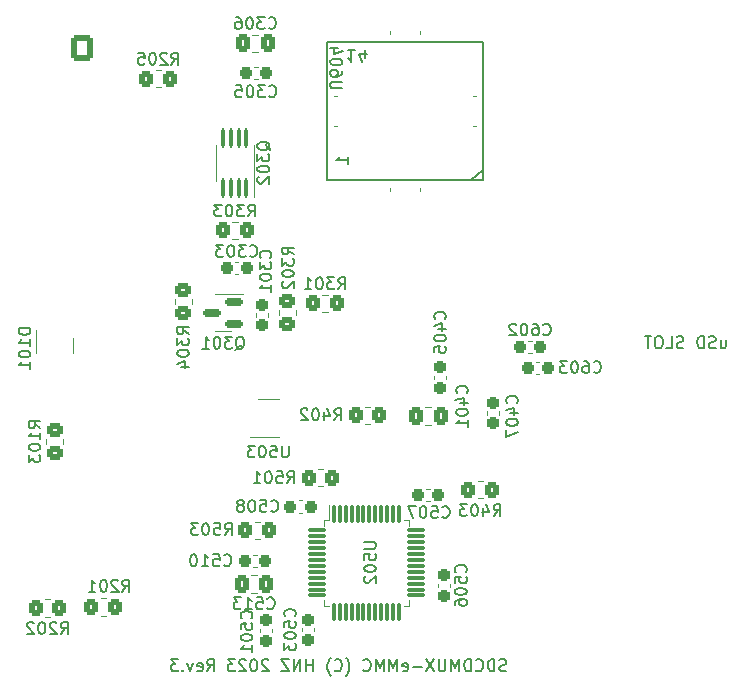
<source format=gbr>
%TF.GenerationSoftware,KiCad,Pcbnew,7.0.5*%
%TF.CreationDate,2023-08-14T22:02:20+09:00*%
%TF.ProjectId,sdcdmuxemmc,73646364-6d75-4786-956d-6d632e6b6963,rev?*%
%TF.SameCoordinates,Original*%
%TF.FileFunction,Legend,Bot*%
%TF.FilePolarity,Positive*%
%FSLAX46Y46*%
G04 Gerber Fmt 4.6, Leading zero omitted, Abs format (unit mm)*
G04 Created by KiCad (PCBNEW 7.0.5) date 2023-08-14 22:02:20*
%MOMM*%
%LPD*%
G01*
G04 APERTURE LIST*
G04 Aperture macros list*
%AMRoundRect*
0 Rectangle with rounded corners*
0 $1 Rounding radius*
0 $2 $3 $4 $5 $6 $7 $8 $9 X,Y pos of 4 corners*
0 Add a 4 corners polygon primitive as box body*
4,1,4,$2,$3,$4,$5,$6,$7,$8,$9,$2,$3,0*
0 Add four circle primitives for the rounded corners*
1,1,$1+$1,$2,$3*
1,1,$1+$1,$4,$5*
1,1,$1+$1,$6,$7*
1,1,$1+$1,$8,$9*
0 Add four rect primitives between the rounded corners*
20,1,$1+$1,$2,$3,$4,$5,0*
20,1,$1+$1,$4,$5,$6,$7,0*
20,1,$1+$1,$6,$7,$8,$9,0*
20,1,$1+$1,$8,$9,$2,$3,0*%
G04 Aperture macros list end*
%ADD10C,0.150000*%
%ADD11C,0.120000*%
%ADD12C,0.025400*%
%ADD13C,0.152400*%
%ADD14C,3.000000*%
%ADD15RoundRect,0.250200X-0.649800X0.849800X-0.649800X-0.849800X0.649800X-0.849800X0.649800X0.849800X0*%
%ADD16O,1.800000X2.200000*%
%ADD17C,0.700000*%
%ADD18O,2.400000X0.900000*%
%ADD19O,1.700000X0.900000*%
%ADD20R,1.800000X1.800000*%
%ADD21C,1.800000*%
%ADD22RoundRect,0.250000X0.337500X0.475000X-0.337500X0.475000X-0.337500X-0.475000X0.337500X-0.475000X0*%
%ADD23RoundRect,0.250000X-0.350000X-0.450000X0.350000X-0.450000X0.350000X0.450000X-0.350000X0.450000X0*%
%ADD24RoundRect,0.250000X0.350000X0.450000X-0.350000X0.450000X-0.350000X-0.450000X0.350000X-0.450000X0*%
%ADD25RoundRect,0.237500X0.237500X-0.300000X0.237500X0.300000X-0.237500X0.300000X-0.237500X-0.300000X0*%
%ADD26RoundRect,0.150000X0.587500X0.150000X-0.587500X0.150000X-0.587500X-0.150000X0.587500X-0.150000X0*%
%ADD27RoundRect,0.237500X-0.237500X0.300000X-0.237500X-0.300000X0.237500X-0.300000X0.237500X0.300000X0*%
%ADD28RoundRect,0.237500X-0.300000X-0.237500X0.300000X-0.237500X0.300000X0.237500X-0.300000X0.237500X0*%
%ADD29RoundRect,0.250000X-0.450000X0.350000X-0.450000X-0.350000X0.450000X-0.350000X0.450000X0.350000X0*%
%ADD30R,1.560000X0.650000*%
%ADD31RoundRect,0.237500X0.300000X0.237500X-0.300000X0.237500X-0.300000X-0.237500X0.300000X-0.237500X0*%
%ADD32R,1.000000X0.700000*%
%ADD33R,0.600000X0.700000*%
%ADD34RoundRect,0.075000X-0.075000X0.662500X-0.075000X-0.662500X0.075000X-0.662500X0.075000X0.662500X0*%
%ADD35RoundRect,0.075000X-0.662500X0.075000X-0.662500X-0.075000X0.662500X-0.075000X0.662500X0.075000X0*%
%ADD36C,0.254000*%
%ADD37RoundRect,0.250000X0.450000X-0.350000X0.450000X0.350000X-0.450000X0.350000X-0.450000X-0.350000X0*%
%ADD38RoundRect,0.100000X0.100000X-0.712500X0.100000X0.712500X-0.100000X0.712500X-0.100000X-0.712500X0*%
G04 APERTURE END LIST*
D10*
X220988571Y-96838152D02*
X220988571Y-97504819D01*
X221417142Y-96838152D02*
X221417142Y-97361961D01*
X221417142Y-97361961D02*
X221369523Y-97457200D01*
X221369523Y-97457200D02*
X221274285Y-97504819D01*
X221274285Y-97504819D02*
X221131428Y-97504819D01*
X221131428Y-97504819D02*
X221036190Y-97457200D01*
X221036190Y-97457200D02*
X220988571Y-97409580D01*
X220559999Y-97457200D02*
X220417142Y-97504819D01*
X220417142Y-97504819D02*
X220179047Y-97504819D01*
X220179047Y-97504819D02*
X220083809Y-97457200D01*
X220083809Y-97457200D02*
X220036190Y-97409580D01*
X220036190Y-97409580D02*
X219988571Y-97314342D01*
X219988571Y-97314342D02*
X219988571Y-97219104D01*
X219988571Y-97219104D02*
X220036190Y-97123866D01*
X220036190Y-97123866D02*
X220083809Y-97076247D01*
X220083809Y-97076247D02*
X220179047Y-97028628D01*
X220179047Y-97028628D02*
X220369523Y-96981009D01*
X220369523Y-96981009D02*
X220464761Y-96933390D01*
X220464761Y-96933390D02*
X220512380Y-96885771D01*
X220512380Y-96885771D02*
X220559999Y-96790533D01*
X220559999Y-96790533D02*
X220559999Y-96695295D01*
X220559999Y-96695295D02*
X220512380Y-96600057D01*
X220512380Y-96600057D02*
X220464761Y-96552438D01*
X220464761Y-96552438D02*
X220369523Y-96504819D01*
X220369523Y-96504819D02*
X220131428Y-96504819D01*
X220131428Y-96504819D02*
X219988571Y-96552438D01*
X219559999Y-97504819D02*
X219559999Y-96504819D01*
X219559999Y-96504819D02*
X219321904Y-96504819D01*
X219321904Y-96504819D02*
X219179047Y-96552438D01*
X219179047Y-96552438D02*
X219083809Y-96647676D01*
X219083809Y-96647676D02*
X219036190Y-96742914D01*
X219036190Y-96742914D02*
X218988571Y-96933390D01*
X218988571Y-96933390D02*
X218988571Y-97076247D01*
X218988571Y-97076247D02*
X219036190Y-97266723D01*
X219036190Y-97266723D02*
X219083809Y-97361961D01*
X219083809Y-97361961D02*
X219179047Y-97457200D01*
X219179047Y-97457200D02*
X219321904Y-97504819D01*
X219321904Y-97504819D02*
X219559999Y-97504819D01*
X217845713Y-97457200D02*
X217702856Y-97504819D01*
X217702856Y-97504819D02*
X217464761Y-97504819D01*
X217464761Y-97504819D02*
X217369523Y-97457200D01*
X217369523Y-97457200D02*
X217321904Y-97409580D01*
X217321904Y-97409580D02*
X217274285Y-97314342D01*
X217274285Y-97314342D02*
X217274285Y-97219104D01*
X217274285Y-97219104D02*
X217321904Y-97123866D01*
X217321904Y-97123866D02*
X217369523Y-97076247D01*
X217369523Y-97076247D02*
X217464761Y-97028628D01*
X217464761Y-97028628D02*
X217655237Y-96981009D01*
X217655237Y-96981009D02*
X217750475Y-96933390D01*
X217750475Y-96933390D02*
X217798094Y-96885771D01*
X217798094Y-96885771D02*
X217845713Y-96790533D01*
X217845713Y-96790533D02*
X217845713Y-96695295D01*
X217845713Y-96695295D02*
X217798094Y-96600057D01*
X217798094Y-96600057D02*
X217750475Y-96552438D01*
X217750475Y-96552438D02*
X217655237Y-96504819D01*
X217655237Y-96504819D02*
X217417142Y-96504819D01*
X217417142Y-96504819D02*
X217274285Y-96552438D01*
X216369523Y-97504819D02*
X216845713Y-97504819D01*
X216845713Y-97504819D02*
X216845713Y-96504819D01*
X215845713Y-96504819D02*
X215655237Y-96504819D01*
X215655237Y-96504819D02*
X215559999Y-96552438D01*
X215559999Y-96552438D02*
X215464761Y-96647676D01*
X215464761Y-96647676D02*
X215417142Y-96838152D01*
X215417142Y-96838152D02*
X215417142Y-97171485D01*
X215417142Y-97171485D02*
X215464761Y-97361961D01*
X215464761Y-97361961D02*
X215559999Y-97457200D01*
X215559999Y-97457200D02*
X215655237Y-97504819D01*
X215655237Y-97504819D02*
X215845713Y-97504819D01*
X215845713Y-97504819D02*
X215940951Y-97457200D01*
X215940951Y-97457200D02*
X216036189Y-97361961D01*
X216036189Y-97361961D02*
X216083808Y-97171485D01*
X216083808Y-97171485D02*
X216083808Y-96838152D01*
X216083808Y-96838152D02*
X216036189Y-96647676D01*
X216036189Y-96647676D02*
X215940951Y-96552438D01*
X215940951Y-96552438D02*
X215845713Y-96504819D01*
X215131427Y-96504819D02*
X214559999Y-96504819D01*
X214845713Y-97504819D02*
X214845713Y-96504819D01*
X202840476Y-124807200D02*
X202697619Y-124854819D01*
X202697619Y-124854819D02*
X202459524Y-124854819D01*
X202459524Y-124854819D02*
X202364286Y-124807200D01*
X202364286Y-124807200D02*
X202316667Y-124759580D01*
X202316667Y-124759580D02*
X202269048Y-124664342D01*
X202269048Y-124664342D02*
X202269048Y-124569104D01*
X202269048Y-124569104D02*
X202316667Y-124473866D01*
X202316667Y-124473866D02*
X202364286Y-124426247D01*
X202364286Y-124426247D02*
X202459524Y-124378628D01*
X202459524Y-124378628D02*
X202650000Y-124331009D01*
X202650000Y-124331009D02*
X202745238Y-124283390D01*
X202745238Y-124283390D02*
X202792857Y-124235771D01*
X202792857Y-124235771D02*
X202840476Y-124140533D01*
X202840476Y-124140533D02*
X202840476Y-124045295D01*
X202840476Y-124045295D02*
X202792857Y-123950057D01*
X202792857Y-123950057D02*
X202745238Y-123902438D01*
X202745238Y-123902438D02*
X202650000Y-123854819D01*
X202650000Y-123854819D02*
X202411905Y-123854819D01*
X202411905Y-123854819D02*
X202269048Y-123902438D01*
X201840476Y-124854819D02*
X201840476Y-123854819D01*
X201840476Y-123854819D02*
X201602381Y-123854819D01*
X201602381Y-123854819D02*
X201459524Y-123902438D01*
X201459524Y-123902438D02*
X201364286Y-123997676D01*
X201364286Y-123997676D02*
X201316667Y-124092914D01*
X201316667Y-124092914D02*
X201269048Y-124283390D01*
X201269048Y-124283390D02*
X201269048Y-124426247D01*
X201269048Y-124426247D02*
X201316667Y-124616723D01*
X201316667Y-124616723D02*
X201364286Y-124711961D01*
X201364286Y-124711961D02*
X201459524Y-124807200D01*
X201459524Y-124807200D02*
X201602381Y-124854819D01*
X201602381Y-124854819D02*
X201840476Y-124854819D01*
X200269048Y-124759580D02*
X200316667Y-124807200D01*
X200316667Y-124807200D02*
X200459524Y-124854819D01*
X200459524Y-124854819D02*
X200554762Y-124854819D01*
X200554762Y-124854819D02*
X200697619Y-124807200D01*
X200697619Y-124807200D02*
X200792857Y-124711961D01*
X200792857Y-124711961D02*
X200840476Y-124616723D01*
X200840476Y-124616723D02*
X200888095Y-124426247D01*
X200888095Y-124426247D02*
X200888095Y-124283390D01*
X200888095Y-124283390D02*
X200840476Y-124092914D01*
X200840476Y-124092914D02*
X200792857Y-123997676D01*
X200792857Y-123997676D02*
X200697619Y-123902438D01*
X200697619Y-123902438D02*
X200554762Y-123854819D01*
X200554762Y-123854819D02*
X200459524Y-123854819D01*
X200459524Y-123854819D02*
X200316667Y-123902438D01*
X200316667Y-123902438D02*
X200269048Y-123950057D01*
X199840476Y-124854819D02*
X199840476Y-123854819D01*
X199840476Y-123854819D02*
X199602381Y-123854819D01*
X199602381Y-123854819D02*
X199459524Y-123902438D01*
X199459524Y-123902438D02*
X199364286Y-123997676D01*
X199364286Y-123997676D02*
X199316667Y-124092914D01*
X199316667Y-124092914D02*
X199269048Y-124283390D01*
X199269048Y-124283390D02*
X199269048Y-124426247D01*
X199269048Y-124426247D02*
X199316667Y-124616723D01*
X199316667Y-124616723D02*
X199364286Y-124711961D01*
X199364286Y-124711961D02*
X199459524Y-124807200D01*
X199459524Y-124807200D02*
X199602381Y-124854819D01*
X199602381Y-124854819D02*
X199840476Y-124854819D01*
X198840476Y-124854819D02*
X198840476Y-123854819D01*
X198840476Y-123854819D02*
X198507143Y-124569104D01*
X198507143Y-124569104D02*
X198173810Y-123854819D01*
X198173810Y-123854819D02*
X198173810Y-124854819D01*
X197697619Y-123854819D02*
X197697619Y-124664342D01*
X197697619Y-124664342D02*
X197650000Y-124759580D01*
X197650000Y-124759580D02*
X197602381Y-124807200D01*
X197602381Y-124807200D02*
X197507143Y-124854819D01*
X197507143Y-124854819D02*
X197316667Y-124854819D01*
X197316667Y-124854819D02*
X197221429Y-124807200D01*
X197221429Y-124807200D02*
X197173810Y-124759580D01*
X197173810Y-124759580D02*
X197126191Y-124664342D01*
X197126191Y-124664342D02*
X197126191Y-123854819D01*
X196745238Y-123854819D02*
X196078572Y-124854819D01*
X196078572Y-123854819D02*
X196745238Y-124854819D01*
X195697619Y-124473866D02*
X194935715Y-124473866D01*
X194078572Y-124807200D02*
X194173810Y-124854819D01*
X194173810Y-124854819D02*
X194364286Y-124854819D01*
X194364286Y-124854819D02*
X194459524Y-124807200D01*
X194459524Y-124807200D02*
X194507143Y-124711961D01*
X194507143Y-124711961D02*
X194507143Y-124331009D01*
X194507143Y-124331009D02*
X194459524Y-124235771D01*
X194459524Y-124235771D02*
X194364286Y-124188152D01*
X194364286Y-124188152D02*
X194173810Y-124188152D01*
X194173810Y-124188152D02*
X194078572Y-124235771D01*
X194078572Y-124235771D02*
X194030953Y-124331009D01*
X194030953Y-124331009D02*
X194030953Y-124426247D01*
X194030953Y-124426247D02*
X194507143Y-124521485D01*
X193602381Y-124854819D02*
X193602381Y-123854819D01*
X193602381Y-123854819D02*
X193269048Y-124569104D01*
X193269048Y-124569104D02*
X192935715Y-123854819D01*
X192935715Y-123854819D02*
X192935715Y-124854819D01*
X192459524Y-124854819D02*
X192459524Y-123854819D01*
X192459524Y-123854819D02*
X192126191Y-124569104D01*
X192126191Y-124569104D02*
X191792858Y-123854819D01*
X191792858Y-123854819D02*
X191792858Y-124854819D01*
X190745239Y-124759580D02*
X190792858Y-124807200D01*
X190792858Y-124807200D02*
X190935715Y-124854819D01*
X190935715Y-124854819D02*
X191030953Y-124854819D01*
X191030953Y-124854819D02*
X191173810Y-124807200D01*
X191173810Y-124807200D02*
X191269048Y-124711961D01*
X191269048Y-124711961D02*
X191316667Y-124616723D01*
X191316667Y-124616723D02*
X191364286Y-124426247D01*
X191364286Y-124426247D02*
X191364286Y-124283390D01*
X191364286Y-124283390D02*
X191316667Y-124092914D01*
X191316667Y-124092914D02*
X191269048Y-123997676D01*
X191269048Y-123997676D02*
X191173810Y-123902438D01*
X191173810Y-123902438D02*
X191030953Y-123854819D01*
X191030953Y-123854819D02*
X190935715Y-123854819D01*
X190935715Y-123854819D02*
X190792858Y-123902438D01*
X190792858Y-123902438D02*
X190745239Y-123950057D01*
X189269048Y-125235771D02*
X189316667Y-125188152D01*
X189316667Y-125188152D02*
X189411905Y-125045295D01*
X189411905Y-125045295D02*
X189459524Y-124950057D01*
X189459524Y-124950057D02*
X189507143Y-124807200D01*
X189507143Y-124807200D02*
X189554762Y-124569104D01*
X189554762Y-124569104D02*
X189554762Y-124378628D01*
X189554762Y-124378628D02*
X189507143Y-124140533D01*
X189507143Y-124140533D02*
X189459524Y-123997676D01*
X189459524Y-123997676D02*
X189411905Y-123902438D01*
X189411905Y-123902438D02*
X189316667Y-123759580D01*
X189316667Y-123759580D02*
X189269048Y-123711961D01*
X188316667Y-124759580D02*
X188364286Y-124807200D01*
X188364286Y-124807200D02*
X188507143Y-124854819D01*
X188507143Y-124854819D02*
X188602381Y-124854819D01*
X188602381Y-124854819D02*
X188745238Y-124807200D01*
X188745238Y-124807200D02*
X188840476Y-124711961D01*
X188840476Y-124711961D02*
X188888095Y-124616723D01*
X188888095Y-124616723D02*
X188935714Y-124426247D01*
X188935714Y-124426247D02*
X188935714Y-124283390D01*
X188935714Y-124283390D02*
X188888095Y-124092914D01*
X188888095Y-124092914D02*
X188840476Y-123997676D01*
X188840476Y-123997676D02*
X188745238Y-123902438D01*
X188745238Y-123902438D02*
X188602381Y-123854819D01*
X188602381Y-123854819D02*
X188507143Y-123854819D01*
X188507143Y-123854819D02*
X188364286Y-123902438D01*
X188364286Y-123902438D02*
X188316667Y-123950057D01*
X187983333Y-125235771D02*
X187935714Y-125188152D01*
X187935714Y-125188152D02*
X187840476Y-125045295D01*
X187840476Y-125045295D02*
X187792857Y-124950057D01*
X187792857Y-124950057D02*
X187745238Y-124807200D01*
X187745238Y-124807200D02*
X187697619Y-124569104D01*
X187697619Y-124569104D02*
X187697619Y-124378628D01*
X187697619Y-124378628D02*
X187745238Y-124140533D01*
X187745238Y-124140533D02*
X187792857Y-123997676D01*
X187792857Y-123997676D02*
X187840476Y-123902438D01*
X187840476Y-123902438D02*
X187935714Y-123759580D01*
X187935714Y-123759580D02*
X187983333Y-123711961D01*
X186459523Y-124854819D02*
X186459523Y-123854819D01*
X186459523Y-124331009D02*
X185888095Y-124331009D01*
X185888095Y-124854819D02*
X185888095Y-123854819D01*
X185411904Y-124854819D02*
X185411904Y-123854819D01*
X185411904Y-123854819D02*
X184840476Y-124854819D01*
X184840476Y-124854819D02*
X184840476Y-123854819D01*
X184459523Y-123854819D02*
X183792857Y-123854819D01*
X183792857Y-123854819D02*
X184459523Y-124854819D01*
X184459523Y-124854819D02*
X183792857Y-124854819D01*
X182697618Y-123950057D02*
X182649999Y-123902438D01*
X182649999Y-123902438D02*
X182554761Y-123854819D01*
X182554761Y-123854819D02*
X182316666Y-123854819D01*
X182316666Y-123854819D02*
X182221428Y-123902438D01*
X182221428Y-123902438D02*
X182173809Y-123950057D01*
X182173809Y-123950057D02*
X182126190Y-124045295D01*
X182126190Y-124045295D02*
X182126190Y-124140533D01*
X182126190Y-124140533D02*
X182173809Y-124283390D01*
X182173809Y-124283390D02*
X182745237Y-124854819D01*
X182745237Y-124854819D02*
X182126190Y-124854819D01*
X181507142Y-123854819D02*
X181411904Y-123854819D01*
X181411904Y-123854819D02*
X181316666Y-123902438D01*
X181316666Y-123902438D02*
X181269047Y-123950057D01*
X181269047Y-123950057D02*
X181221428Y-124045295D01*
X181221428Y-124045295D02*
X181173809Y-124235771D01*
X181173809Y-124235771D02*
X181173809Y-124473866D01*
X181173809Y-124473866D02*
X181221428Y-124664342D01*
X181221428Y-124664342D02*
X181269047Y-124759580D01*
X181269047Y-124759580D02*
X181316666Y-124807200D01*
X181316666Y-124807200D02*
X181411904Y-124854819D01*
X181411904Y-124854819D02*
X181507142Y-124854819D01*
X181507142Y-124854819D02*
X181602380Y-124807200D01*
X181602380Y-124807200D02*
X181649999Y-124759580D01*
X181649999Y-124759580D02*
X181697618Y-124664342D01*
X181697618Y-124664342D02*
X181745237Y-124473866D01*
X181745237Y-124473866D02*
X181745237Y-124235771D01*
X181745237Y-124235771D02*
X181697618Y-124045295D01*
X181697618Y-124045295D02*
X181649999Y-123950057D01*
X181649999Y-123950057D02*
X181602380Y-123902438D01*
X181602380Y-123902438D02*
X181507142Y-123854819D01*
X180792856Y-123950057D02*
X180745237Y-123902438D01*
X180745237Y-123902438D02*
X180649999Y-123854819D01*
X180649999Y-123854819D02*
X180411904Y-123854819D01*
X180411904Y-123854819D02*
X180316666Y-123902438D01*
X180316666Y-123902438D02*
X180269047Y-123950057D01*
X180269047Y-123950057D02*
X180221428Y-124045295D01*
X180221428Y-124045295D02*
X180221428Y-124140533D01*
X180221428Y-124140533D02*
X180269047Y-124283390D01*
X180269047Y-124283390D02*
X180840475Y-124854819D01*
X180840475Y-124854819D02*
X180221428Y-124854819D01*
X179888094Y-123854819D02*
X179269047Y-123854819D01*
X179269047Y-123854819D02*
X179602380Y-124235771D01*
X179602380Y-124235771D02*
X179459523Y-124235771D01*
X179459523Y-124235771D02*
X179364285Y-124283390D01*
X179364285Y-124283390D02*
X179316666Y-124331009D01*
X179316666Y-124331009D02*
X179269047Y-124426247D01*
X179269047Y-124426247D02*
X179269047Y-124664342D01*
X179269047Y-124664342D02*
X179316666Y-124759580D01*
X179316666Y-124759580D02*
X179364285Y-124807200D01*
X179364285Y-124807200D02*
X179459523Y-124854819D01*
X179459523Y-124854819D02*
X179745237Y-124854819D01*
X179745237Y-124854819D02*
X179840475Y-124807200D01*
X179840475Y-124807200D02*
X179888094Y-124759580D01*
X177507142Y-124854819D02*
X177840475Y-124378628D01*
X178078570Y-124854819D02*
X178078570Y-123854819D01*
X178078570Y-123854819D02*
X177697618Y-123854819D01*
X177697618Y-123854819D02*
X177602380Y-123902438D01*
X177602380Y-123902438D02*
X177554761Y-123950057D01*
X177554761Y-123950057D02*
X177507142Y-124045295D01*
X177507142Y-124045295D02*
X177507142Y-124188152D01*
X177507142Y-124188152D02*
X177554761Y-124283390D01*
X177554761Y-124283390D02*
X177602380Y-124331009D01*
X177602380Y-124331009D02*
X177697618Y-124378628D01*
X177697618Y-124378628D02*
X178078570Y-124378628D01*
X176697618Y-124807200D02*
X176792856Y-124854819D01*
X176792856Y-124854819D02*
X176983332Y-124854819D01*
X176983332Y-124854819D02*
X177078570Y-124807200D01*
X177078570Y-124807200D02*
X177126189Y-124711961D01*
X177126189Y-124711961D02*
X177126189Y-124331009D01*
X177126189Y-124331009D02*
X177078570Y-124235771D01*
X177078570Y-124235771D02*
X176983332Y-124188152D01*
X176983332Y-124188152D02*
X176792856Y-124188152D01*
X176792856Y-124188152D02*
X176697618Y-124235771D01*
X176697618Y-124235771D02*
X176649999Y-124331009D01*
X176649999Y-124331009D02*
X176649999Y-124426247D01*
X176649999Y-124426247D02*
X177126189Y-124521485D01*
X176316665Y-124188152D02*
X176078570Y-124854819D01*
X176078570Y-124854819D02*
X175840475Y-124188152D01*
X175459522Y-124759580D02*
X175411903Y-124807200D01*
X175411903Y-124807200D02*
X175459522Y-124854819D01*
X175459522Y-124854819D02*
X175507141Y-124807200D01*
X175507141Y-124807200D02*
X175459522Y-124759580D01*
X175459522Y-124759580D02*
X175459522Y-124854819D01*
X175078570Y-123854819D02*
X174459523Y-123854819D01*
X174459523Y-123854819D02*
X174792856Y-124235771D01*
X174792856Y-124235771D02*
X174649999Y-124235771D01*
X174649999Y-124235771D02*
X174554761Y-124283390D01*
X174554761Y-124283390D02*
X174507142Y-124331009D01*
X174507142Y-124331009D02*
X174459523Y-124426247D01*
X174459523Y-124426247D02*
X174459523Y-124664342D01*
X174459523Y-124664342D02*
X174507142Y-124759580D01*
X174507142Y-124759580D02*
X174554761Y-124807200D01*
X174554761Y-124807200D02*
X174649999Y-124854819D01*
X174649999Y-124854819D02*
X174935713Y-124854819D01*
X174935713Y-124854819D02*
X175030951Y-124807200D01*
X175030951Y-124807200D02*
X175078570Y-124759580D01*
X189454819Y-81885714D02*
X189454819Y-81314286D01*
X189454819Y-81600000D02*
X188454819Y-81600000D01*
X188454819Y-81600000D02*
X188597676Y-81504762D01*
X188597676Y-81504762D02*
X188692914Y-81409524D01*
X188692914Y-81409524D02*
X188740533Y-81314286D01*
%TO.C,C401*%
X199489580Y-101310952D02*
X199537200Y-101263333D01*
X199537200Y-101263333D02*
X199584819Y-101120476D01*
X199584819Y-101120476D02*
X199584819Y-101025238D01*
X199584819Y-101025238D02*
X199537200Y-100882381D01*
X199537200Y-100882381D02*
X199441961Y-100787143D01*
X199441961Y-100787143D02*
X199346723Y-100739524D01*
X199346723Y-100739524D02*
X199156247Y-100691905D01*
X199156247Y-100691905D02*
X199013390Y-100691905D01*
X199013390Y-100691905D02*
X198822914Y-100739524D01*
X198822914Y-100739524D02*
X198727676Y-100787143D01*
X198727676Y-100787143D02*
X198632438Y-100882381D01*
X198632438Y-100882381D02*
X198584819Y-101025238D01*
X198584819Y-101025238D02*
X198584819Y-101120476D01*
X198584819Y-101120476D02*
X198632438Y-101263333D01*
X198632438Y-101263333D02*
X198680057Y-101310952D01*
X198918152Y-102168095D02*
X199584819Y-102168095D01*
X198537200Y-101930000D02*
X199251485Y-101691905D01*
X199251485Y-101691905D02*
X199251485Y-102310952D01*
X198584819Y-102882381D02*
X198584819Y-102977619D01*
X198584819Y-102977619D02*
X198632438Y-103072857D01*
X198632438Y-103072857D02*
X198680057Y-103120476D01*
X198680057Y-103120476D02*
X198775295Y-103168095D01*
X198775295Y-103168095D02*
X198965771Y-103215714D01*
X198965771Y-103215714D02*
X199203866Y-103215714D01*
X199203866Y-103215714D02*
X199394342Y-103168095D01*
X199394342Y-103168095D02*
X199489580Y-103120476D01*
X199489580Y-103120476D02*
X199537200Y-103072857D01*
X199537200Y-103072857D02*
X199584819Y-102977619D01*
X199584819Y-102977619D02*
X199584819Y-102882381D01*
X199584819Y-102882381D02*
X199537200Y-102787143D01*
X199537200Y-102787143D02*
X199489580Y-102739524D01*
X199489580Y-102739524D02*
X199394342Y-102691905D01*
X199394342Y-102691905D02*
X199203866Y-102644286D01*
X199203866Y-102644286D02*
X198965771Y-102644286D01*
X198965771Y-102644286D02*
X198775295Y-102691905D01*
X198775295Y-102691905D02*
X198680057Y-102739524D01*
X198680057Y-102739524D02*
X198632438Y-102787143D01*
X198632438Y-102787143D02*
X198584819Y-102882381D01*
X199584819Y-104168095D02*
X199584819Y-103596667D01*
X199584819Y-103882381D02*
X198584819Y-103882381D01*
X198584819Y-103882381D02*
X198727676Y-103787143D01*
X198727676Y-103787143D02*
X198822914Y-103691905D01*
X198822914Y-103691905D02*
X198870533Y-103596667D01*
%TO.C,R503*%
X179009047Y-113334819D02*
X179342380Y-112858628D01*
X179580475Y-113334819D02*
X179580475Y-112334819D01*
X179580475Y-112334819D02*
X179199523Y-112334819D01*
X179199523Y-112334819D02*
X179104285Y-112382438D01*
X179104285Y-112382438D02*
X179056666Y-112430057D01*
X179056666Y-112430057D02*
X179009047Y-112525295D01*
X179009047Y-112525295D02*
X179009047Y-112668152D01*
X179009047Y-112668152D02*
X179056666Y-112763390D01*
X179056666Y-112763390D02*
X179104285Y-112811009D01*
X179104285Y-112811009D02*
X179199523Y-112858628D01*
X179199523Y-112858628D02*
X179580475Y-112858628D01*
X178104285Y-112334819D02*
X178580475Y-112334819D01*
X178580475Y-112334819D02*
X178628094Y-112811009D01*
X178628094Y-112811009D02*
X178580475Y-112763390D01*
X178580475Y-112763390D02*
X178485237Y-112715771D01*
X178485237Y-112715771D02*
X178247142Y-112715771D01*
X178247142Y-112715771D02*
X178151904Y-112763390D01*
X178151904Y-112763390D02*
X178104285Y-112811009D01*
X178104285Y-112811009D02*
X178056666Y-112906247D01*
X178056666Y-112906247D02*
X178056666Y-113144342D01*
X178056666Y-113144342D02*
X178104285Y-113239580D01*
X178104285Y-113239580D02*
X178151904Y-113287200D01*
X178151904Y-113287200D02*
X178247142Y-113334819D01*
X178247142Y-113334819D02*
X178485237Y-113334819D01*
X178485237Y-113334819D02*
X178580475Y-113287200D01*
X178580475Y-113287200D02*
X178628094Y-113239580D01*
X177437618Y-112334819D02*
X177342380Y-112334819D01*
X177342380Y-112334819D02*
X177247142Y-112382438D01*
X177247142Y-112382438D02*
X177199523Y-112430057D01*
X177199523Y-112430057D02*
X177151904Y-112525295D01*
X177151904Y-112525295D02*
X177104285Y-112715771D01*
X177104285Y-112715771D02*
X177104285Y-112953866D01*
X177104285Y-112953866D02*
X177151904Y-113144342D01*
X177151904Y-113144342D02*
X177199523Y-113239580D01*
X177199523Y-113239580D02*
X177247142Y-113287200D01*
X177247142Y-113287200D02*
X177342380Y-113334819D01*
X177342380Y-113334819D02*
X177437618Y-113334819D01*
X177437618Y-113334819D02*
X177532856Y-113287200D01*
X177532856Y-113287200D02*
X177580475Y-113239580D01*
X177580475Y-113239580D02*
X177628094Y-113144342D01*
X177628094Y-113144342D02*
X177675713Y-112953866D01*
X177675713Y-112953866D02*
X177675713Y-112715771D01*
X177675713Y-112715771D02*
X177628094Y-112525295D01*
X177628094Y-112525295D02*
X177580475Y-112430057D01*
X177580475Y-112430057D02*
X177532856Y-112382438D01*
X177532856Y-112382438D02*
X177437618Y-112334819D01*
X176770951Y-112334819D02*
X176151904Y-112334819D01*
X176151904Y-112334819D02*
X176485237Y-112715771D01*
X176485237Y-112715771D02*
X176342380Y-112715771D01*
X176342380Y-112715771D02*
X176247142Y-112763390D01*
X176247142Y-112763390D02*
X176199523Y-112811009D01*
X176199523Y-112811009D02*
X176151904Y-112906247D01*
X176151904Y-112906247D02*
X176151904Y-113144342D01*
X176151904Y-113144342D02*
X176199523Y-113239580D01*
X176199523Y-113239580D02*
X176247142Y-113287200D01*
X176247142Y-113287200D02*
X176342380Y-113334819D01*
X176342380Y-113334819D02*
X176628094Y-113334819D01*
X176628094Y-113334819D02*
X176723332Y-113287200D01*
X176723332Y-113287200D02*
X176770951Y-113239580D01*
%TO.C,R403*%
X201769047Y-111724819D02*
X202102380Y-111248628D01*
X202340475Y-111724819D02*
X202340475Y-110724819D01*
X202340475Y-110724819D02*
X201959523Y-110724819D01*
X201959523Y-110724819D02*
X201864285Y-110772438D01*
X201864285Y-110772438D02*
X201816666Y-110820057D01*
X201816666Y-110820057D02*
X201769047Y-110915295D01*
X201769047Y-110915295D02*
X201769047Y-111058152D01*
X201769047Y-111058152D02*
X201816666Y-111153390D01*
X201816666Y-111153390D02*
X201864285Y-111201009D01*
X201864285Y-111201009D02*
X201959523Y-111248628D01*
X201959523Y-111248628D02*
X202340475Y-111248628D01*
X200911904Y-111058152D02*
X200911904Y-111724819D01*
X201149999Y-110677200D02*
X201388094Y-111391485D01*
X201388094Y-111391485D02*
X200769047Y-111391485D01*
X200197618Y-110724819D02*
X200102380Y-110724819D01*
X200102380Y-110724819D02*
X200007142Y-110772438D01*
X200007142Y-110772438D02*
X199959523Y-110820057D01*
X199959523Y-110820057D02*
X199911904Y-110915295D01*
X199911904Y-110915295D02*
X199864285Y-111105771D01*
X199864285Y-111105771D02*
X199864285Y-111343866D01*
X199864285Y-111343866D02*
X199911904Y-111534342D01*
X199911904Y-111534342D02*
X199959523Y-111629580D01*
X199959523Y-111629580D02*
X200007142Y-111677200D01*
X200007142Y-111677200D02*
X200102380Y-111724819D01*
X200102380Y-111724819D02*
X200197618Y-111724819D01*
X200197618Y-111724819D02*
X200292856Y-111677200D01*
X200292856Y-111677200D02*
X200340475Y-111629580D01*
X200340475Y-111629580D02*
X200388094Y-111534342D01*
X200388094Y-111534342D02*
X200435713Y-111343866D01*
X200435713Y-111343866D02*
X200435713Y-111105771D01*
X200435713Y-111105771D02*
X200388094Y-110915295D01*
X200388094Y-110915295D02*
X200340475Y-110820057D01*
X200340475Y-110820057D02*
X200292856Y-110772438D01*
X200292856Y-110772438D02*
X200197618Y-110724819D01*
X199530951Y-110724819D02*
X198911904Y-110724819D01*
X198911904Y-110724819D02*
X199245237Y-111105771D01*
X199245237Y-111105771D02*
X199102380Y-111105771D01*
X199102380Y-111105771D02*
X199007142Y-111153390D01*
X199007142Y-111153390D02*
X198959523Y-111201009D01*
X198959523Y-111201009D02*
X198911904Y-111296247D01*
X198911904Y-111296247D02*
X198911904Y-111534342D01*
X198911904Y-111534342D02*
X198959523Y-111629580D01*
X198959523Y-111629580D02*
X199007142Y-111677200D01*
X199007142Y-111677200D02*
X199102380Y-111724819D01*
X199102380Y-111724819D02*
X199388094Y-111724819D01*
X199388094Y-111724819D02*
X199483332Y-111677200D01*
X199483332Y-111677200D02*
X199530951Y-111629580D01*
%TO.C,C506*%
X199399580Y-116480952D02*
X199447200Y-116433333D01*
X199447200Y-116433333D02*
X199494819Y-116290476D01*
X199494819Y-116290476D02*
X199494819Y-116195238D01*
X199494819Y-116195238D02*
X199447200Y-116052381D01*
X199447200Y-116052381D02*
X199351961Y-115957143D01*
X199351961Y-115957143D02*
X199256723Y-115909524D01*
X199256723Y-115909524D02*
X199066247Y-115861905D01*
X199066247Y-115861905D02*
X198923390Y-115861905D01*
X198923390Y-115861905D02*
X198732914Y-115909524D01*
X198732914Y-115909524D02*
X198637676Y-115957143D01*
X198637676Y-115957143D02*
X198542438Y-116052381D01*
X198542438Y-116052381D02*
X198494819Y-116195238D01*
X198494819Y-116195238D02*
X198494819Y-116290476D01*
X198494819Y-116290476D02*
X198542438Y-116433333D01*
X198542438Y-116433333D02*
X198590057Y-116480952D01*
X198494819Y-117385714D02*
X198494819Y-116909524D01*
X198494819Y-116909524D02*
X198971009Y-116861905D01*
X198971009Y-116861905D02*
X198923390Y-116909524D01*
X198923390Y-116909524D02*
X198875771Y-117004762D01*
X198875771Y-117004762D02*
X198875771Y-117242857D01*
X198875771Y-117242857D02*
X198923390Y-117338095D01*
X198923390Y-117338095D02*
X198971009Y-117385714D01*
X198971009Y-117385714D02*
X199066247Y-117433333D01*
X199066247Y-117433333D02*
X199304342Y-117433333D01*
X199304342Y-117433333D02*
X199399580Y-117385714D01*
X199399580Y-117385714D02*
X199447200Y-117338095D01*
X199447200Y-117338095D02*
X199494819Y-117242857D01*
X199494819Y-117242857D02*
X199494819Y-117004762D01*
X199494819Y-117004762D02*
X199447200Y-116909524D01*
X199447200Y-116909524D02*
X199399580Y-116861905D01*
X198494819Y-118052381D02*
X198494819Y-118147619D01*
X198494819Y-118147619D02*
X198542438Y-118242857D01*
X198542438Y-118242857D02*
X198590057Y-118290476D01*
X198590057Y-118290476D02*
X198685295Y-118338095D01*
X198685295Y-118338095D02*
X198875771Y-118385714D01*
X198875771Y-118385714D02*
X199113866Y-118385714D01*
X199113866Y-118385714D02*
X199304342Y-118338095D01*
X199304342Y-118338095D02*
X199399580Y-118290476D01*
X199399580Y-118290476D02*
X199447200Y-118242857D01*
X199447200Y-118242857D02*
X199494819Y-118147619D01*
X199494819Y-118147619D02*
X199494819Y-118052381D01*
X199494819Y-118052381D02*
X199447200Y-117957143D01*
X199447200Y-117957143D02*
X199399580Y-117909524D01*
X199399580Y-117909524D02*
X199304342Y-117861905D01*
X199304342Y-117861905D02*
X199113866Y-117814286D01*
X199113866Y-117814286D02*
X198875771Y-117814286D01*
X198875771Y-117814286D02*
X198685295Y-117861905D01*
X198685295Y-117861905D02*
X198590057Y-117909524D01*
X198590057Y-117909524D02*
X198542438Y-117957143D01*
X198542438Y-117957143D02*
X198494819Y-118052381D01*
X198494819Y-119242857D02*
X198494819Y-119052381D01*
X198494819Y-119052381D02*
X198542438Y-118957143D01*
X198542438Y-118957143D02*
X198590057Y-118909524D01*
X198590057Y-118909524D02*
X198732914Y-118814286D01*
X198732914Y-118814286D02*
X198923390Y-118766667D01*
X198923390Y-118766667D02*
X199304342Y-118766667D01*
X199304342Y-118766667D02*
X199399580Y-118814286D01*
X199399580Y-118814286D02*
X199447200Y-118861905D01*
X199447200Y-118861905D02*
X199494819Y-118957143D01*
X199494819Y-118957143D02*
X199494819Y-119147619D01*
X199494819Y-119147619D02*
X199447200Y-119242857D01*
X199447200Y-119242857D02*
X199399580Y-119290476D01*
X199399580Y-119290476D02*
X199304342Y-119338095D01*
X199304342Y-119338095D02*
X199066247Y-119338095D01*
X199066247Y-119338095D02*
X198971009Y-119290476D01*
X198971009Y-119290476D02*
X198923390Y-119242857D01*
X198923390Y-119242857D02*
X198875771Y-119147619D01*
X198875771Y-119147619D02*
X198875771Y-118957143D01*
X198875771Y-118957143D02*
X198923390Y-118861905D01*
X198923390Y-118861905D02*
X198971009Y-118814286D01*
X198971009Y-118814286D02*
X199066247Y-118766667D01*
%TO.C,Q301*%
X179917619Y-97640057D02*
X180012857Y-97592438D01*
X180012857Y-97592438D02*
X180108095Y-97497200D01*
X180108095Y-97497200D02*
X180250952Y-97354342D01*
X180250952Y-97354342D02*
X180346190Y-97306723D01*
X180346190Y-97306723D02*
X180441428Y-97306723D01*
X180393809Y-97544819D02*
X180489047Y-97497200D01*
X180489047Y-97497200D02*
X180584285Y-97401961D01*
X180584285Y-97401961D02*
X180631904Y-97211485D01*
X180631904Y-97211485D02*
X180631904Y-96878152D01*
X180631904Y-96878152D02*
X180584285Y-96687676D01*
X180584285Y-96687676D02*
X180489047Y-96592438D01*
X180489047Y-96592438D02*
X180393809Y-96544819D01*
X180393809Y-96544819D02*
X180203333Y-96544819D01*
X180203333Y-96544819D02*
X180108095Y-96592438D01*
X180108095Y-96592438D02*
X180012857Y-96687676D01*
X180012857Y-96687676D02*
X179965238Y-96878152D01*
X179965238Y-96878152D02*
X179965238Y-97211485D01*
X179965238Y-97211485D02*
X180012857Y-97401961D01*
X180012857Y-97401961D02*
X180108095Y-97497200D01*
X180108095Y-97497200D02*
X180203333Y-97544819D01*
X180203333Y-97544819D02*
X180393809Y-97544819D01*
X179631904Y-96544819D02*
X179012857Y-96544819D01*
X179012857Y-96544819D02*
X179346190Y-96925771D01*
X179346190Y-96925771D02*
X179203333Y-96925771D01*
X179203333Y-96925771D02*
X179108095Y-96973390D01*
X179108095Y-96973390D02*
X179060476Y-97021009D01*
X179060476Y-97021009D02*
X179012857Y-97116247D01*
X179012857Y-97116247D02*
X179012857Y-97354342D01*
X179012857Y-97354342D02*
X179060476Y-97449580D01*
X179060476Y-97449580D02*
X179108095Y-97497200D01*
X179108095Y-97497200D02*
X179203333Y-97544819D01*
X179203333Y-97544819D02*
X179489047Y-97544819D01*
X179489047Y-97544819D02*
X179584285Y-97497200D01*
X179584285Y-97497200D02*
X179631904Y-97449580D01*
X178393809Y-96544819D02*
X178298571Y-96544819D01*
X178298571Y-96544819D02*
X178203333Y-96592438D01*
X178203333Y-96592438D02*
X178155714Y-96640057D01*
X178155714Y-96640057D02*
X178108095Y-96735295D01*
X178108095Y-96735295D02*
X178060476Y-96925771D01*
X178060476Y-96925771D02*
X178060476Y-97163866D01*
X178060476Y-97163866D02*
X178108095Y-97354342D01*
X178108095Y-97354342D02*
X178155714Y-97449580D01*
X178155714Y-97449580D02*
X178203333Y-97497200D01*
X178203333Y-97497200D02*
X178298571Y-97544819D01*
X178298571Y-97544819D02*
X178393809Y-97544819D01*
X178393809Y-97544819D02*
X178489047Y-97497200D01*
X178489047Y-97497200D02*
X178536666Y-97449580D01*
X178536666Y-97449580D02*
X178584285Y-97354342D01*
X178584285Y-97354342D02*
X178631904Y-97163866D01*
X178631904Y-97163866D02*
X178631904Y-96925771D01*
X178631904Y-96925771D02*
X178584285Y-96735295D01*
X178584285Y-96735295D02*
X178536666Y-96640057D01*
X178536666Y-96640057D02*
X178489047Y-96592438D01*
X178489047Y-96592438D02*
X178393809Y-96544819D01*
X177108095Y-97544819D02*
X177679523Y-97544819D01*
X177393809Y-97544819D02*
X177393809Y-96544819D01*
X177393809Y-96544819D02*
X177489047Y-96687676D01*
X177489047Y-96687676D02*
X177584285Y-96782914D01*
X177584285Y-96782914D02*
X177679523Y-96830533D01*
%TO.C,C301*%
X182859580Y-89880952D02*
X182907200Y-89833333D01*
X182907200Y-89833333D02*
X182954819Y-89690476D01*
X182954819Y-89690476D02*
X182954819Y-89595238D01*
X182954819Y-89595238D02*
X182907200Y-89452381D01*
X182907200Y-89452381D02*
X182811961Y-89357143D01*
X182811961Y-89357143D02*
X182716723Y-89309524D01*
X182716723Y-89309524D02*
X182526247Y-89261905D01*
X182526247Y-89261905D02*
X182383390Y-89261905D01*
X182383390Y-89261905D02*
X182192914Y-89309524D01*
X182192914Y-89309524D02*
X182097676Y-89357143D01*
X182097676Y-89357143D02*
X182002438Y-89452381D01*
X182002438Y-89452381D02*
X181954819Y-89595238D01*
X181954819Y-89595238D02*
X181954819Y-89690476D01*
X181954819Y-89690476D02*
X182002438Y-89833333D01*
X182002438Y-89833333D02*
X182050057Y-89880952D01*
X181954819Y-90214286D02*
X181954819Y-90833333D01*
X181954819Y-90833333D02*
X182335771Y-90500000D01*
X182335771Y-90500000D02*
X182335771Y-90642857D01*
X182335771Y-90642857D02*
X182383390Y-90738095D01*
X182383390Y-90738095D02*
X182431009Y-90785714D01*
X182431009Y-90785714D02*
X182526247Y-90833333D01*
X182526247Y-90833333D02*
X182764342Y-90833333D01*
X182764342Y-90833333D02*
X182859580Y-90785714D01*
X182859580Y-90785714D02*
X182907200Y-90738095D01*
X182907200Y-90738095D02*
X182954819Y-90642857D01*
X182954819Y-90642857D02*
X182954819Y-90357143D01*
X182954819Y-90357143D02*
X182907200Y-90261905D01*
X182907200Y-90261905D02*
X182859580Y-90214286D01*
X181954819Y-91452381D02*
X181954819Y-91547619D01*
X181954819Y-91547619D02*
X182002438Y-91642857D01*
X182002438Y-91642857D02*
X182050057Y-91690476D01*
X182050057Y-91690476D02*
X182145295Y-91738095D01*
X182145295Y-91738095D02*
X182335771Y-91785714D01*
X182335771Y-91785714D02*
X182573866Y-91785714D01*
X182573866Y-91785714D02*
X182764342Y-91738095D01*
X182764342Y-91738095D02*
X182859580Y-91690476D01*
X182859580Y-91690476D02*
X182907200Y-91642857D01*
X182907200Y-91642857D02*
X182954819Y-91547619D01*
X182954819Y-91547619D02*
X182954819Y-91452381D01*
X182954819Y-91452381D02*
X182907200Y-91357143D01*
X182907200Y-91357143D02*
X182859580Y-91309524D01*
X182859580Y-91309524D02*
X182764342Y-91261905D01*
X182764342Y-91261905D02*
X182573866Y-91214286D01*
X182573866Y-91214286D02*
X182335771Y-91214286D01*
X182335771Y-91214286D02*
X182145295Y-91261905D01*
X182145295Y-91261905D02*
X182050057Y-91309524D01*
X182050057Y-91309524D02*
X182002438Y-91357143D01*
X182002438Y-91357143D02*
X181954819Y-91452381D01*
X182954819Y-92738095D02*
X182954819Y-92166667D01*
X182954819Y-92452381D02*
X181954819Y-92452381D01*
X181954819Y-92452381D02*
X182097676Y-92357143D01*
X182097676Y-92357143D02*
X182192914Y-92261905D01*
X182192914Y-92261905D02*
X182240533Y-92166667D01*
%TO.C,R402*%
X188299047Y-103614819D02*
X188632380Y-103138628D01*
X188870475Y-103614819D02*
X188870475Y-102614819D01*
X188870475Y-102614819D02*
X188489523Y-102614819D01*
X188489523Y-102614819D02*
X188394285Y-102662438D01*
X188394285Y-102662438D02*
X188346666Y-102710057D01*
X188346666Y-102710057D02*
X188299047Y-102805295D01*
X188299047Y-102805295D02*
X188299047Y-102948152D01*
X188299047Y-102948152D02*
X188346666Y-103043390D01*
X188346666Y-103043390D02*
X188394285Y-103091009D01*
X188394285Y-103091009D02*
X188489523Y-103138628D01*
X188489523Y-103138628D02*
X188870475Y-103138628D01*
X187441904Y-102948152D02*
X187441904Y-103614819D01*
X187679999Y-102567200D02*
X187918094Y-103281485D01*
X187918094Y-103281485D02*
X187299047Y-103281485D01*
X186727618Y-102614819D02*
X186632380Y-102614819D01*
X186632380Y-102614819D02*
X186537142Y-102662438D01*
X186537142Y-102662438D02*
X186489523Y-102710057D01*
X186489523Y-102710057D02*
X186441904Y-102805295D01*
X186441904Y-102805295D02*
X186394285Y-102995771D01*
X186394285Y-102995771D02*
X186394285Y-103233866D01*
X186394285Y-103233866D02*
X186441904Y-103424342D01*
X186441904Y-103424342D02*
X186489523Y-103519580D01*
X186489523Y-103519580D02*
X186537142Y-103567200D01*
X186537142Y-103567200D02*
X186632380Y-103614819D01*
X186632380Y-103614819D02*
X186727618Y-103614819D01*
X186727618Y-103614819D02*
X186822856Y-103567200D01*
X186822856Y-103567200D02*
X186870475Y-103519580D01*
X186870475Y-103519580D02*
X186918094Y-103424342D01*
X186918094Y-103424342D02*
X186965713Y-103233866D01*
X186965713Y-103233866D02*
X186965713Y-102995771D01*
X186965713Y-102995771D02*
X186918094Y-102805295D01*
X186918094Y-102805295D02*
X186870475Y-102710057D01*
X186870475Y-102710057D02*
X186822856Y-102662438D01*
X186822856Y-102662438D02*
X186727618Y-102614819D01*
X186013332Y-102710057D02*
X185965713Y-102662438D01*
X185965713Y-102662438D02*
X185870475Y-102614819D01*
X185870475Y-102614819D02*
X185632380Y-102614819D01*
X185632380Y-102614819D02*
X185537142Y-102662438D01*
X185537142Y-102662438D02*
X185489523Y-102710057D01*
X185489523Y-102710057D02*
X185441904Y-102805295D01*
X185441904Y-102805295D02*
X185441904Y-102900533D01*
X185441904Y-102900533D02*
X185489523Y-103043390D01*
X185489523Y-103043390D02*
X186060951Y-103614819D01*
X186060951Y-103614819D02*
X185441904Y-103614819D01*
%TO.C,C508*%
X182919047Y-111269580D02*
X182966666Y-111317200D01*
X182966666Y-111317200D02*
X183109523Y-111364819D01*
X183109523Y-111364819D02*
X183204761Y-111364819D01*
X183204761Y-111364819D02*
X183347618Y-111317200D01*
X183347618Y-111317200D02*
X183442856Y-111221961D01*
X183442856Y-111221961D02*
X183490475Y-111126723D01*
X183490475Y-111126723D02*
X183538094Y-110936247D01*
X183538094Y-110936247D02*
X183538094Y-110793390D01*
X183538094Y-110793390D02*
X183490475Y-110602914D01*
X183490475Y-110602914D02*
X183442856Y-110507676D01*
X183442856Y-110507676D02*
X183347618Y-110412438D01*
X183347618Y-110412438D02*
X183204761Y-110364819D01*
X183204761Y-110364819D02*
X183109523Y-110364819D01*
X183109523Y-110364819D02*
X182966666Y-110412438D01*
X182966666Y-110412438D02*
X182919047Y-110460057D01*
X182014285Y-110364819D02*
X182490475Y-110364819D01*
X182490475Y-110364819D02*
X182538094Y-110841009D01*
X182538094Y-110841009D02*
X182490475Y-110793390D01*
X182490475Y-110793390D02*
X182395237Y-110745771D01*
X182395237Y-110745771D02*
X182157142Y-110745771D01*
X182157142Y-110745771D02*
X182061904Y-110793390D01*
X182061904Y-110793390D02*
X182014285Y-110841009D01*
X182014285Y-110841009D02*
X181966666Y-110936247D01*
X181966666Y-110936247D02*
X181966666Y-111174342D01*
X181966666Y-111174342D02*
X182014285Y-111269580D01*
X182014285Y-111269580D02*
X182061904Y-111317200D01*
X182061904Y-111317200D02*
X182157142Y-111364819D01*
X182157142Y-111364819D02*
X182395237Y-111364819D01*
X182395237Y-111364819D02*
X182490475Y-111317200D01*
X182490475Y-111317200D02*
X182538094Y-111269580D01*
X181347618Y-110364819D02*
X181252380Y-110364819D01*
X181252380Y-110364819D02*
X181157142Y-110412438D01*
X181157142Y-110412438D02*
X181109523Y-110460057D01*
X181109523Y-110460057D02*
X181061904Y-110555295D01*
X181061904Y-110555295D02*
X181014285Y-110745771D01*
X181014285Y-110745771D02*
X181014285Y-110983866D01*
X181014285Y-110983866D02*
X181061904Y-111174342D01*
X181061904Y-111174342D02*
X181109523Y-111269580D01*
X181109523Y-111269580D02*
X181157142Y-111317200D01*
X181157142Y-111317200D02*
X181252380Y-111364819D01*
X181252380Y-111364819D02*
X181347618Y-111364819D01*
X181347618Y-111364819D02*
X181442856Y-111317200D01*
X181442856Y-111317200D02*
X181490475Y-111269580D01*
X181490475Y-111269580D02*
X181538094Y-111174342D01*
X181538094Y-111174342D02*
X181585713Y-110983866D01*
X181585713Y-110983866D02*
X181585713Y-110745771D01*
X181585713Y-110745771D02*
X181538094Y-110555295D01*
X181538094Y-110555295D02*
X181490475Y-110460057D01*
X181490475Y-110460057D02*
X181442856Y-110412438D01*
X181442856Y-110412438D02*
X181347618Y-110364819D01*
X180442856Y-110793390D02*
X180538094Y-110745771D01*
X180538094Y-110745771D02*
X180585713Y-110698152D01*
X180585713Y-110698152D02*
X180633332Y-110602914D01*
X180633332Y-110602914D02*
X180633332Y-110555295D01*
X180633332Y-110555295D02*
X180585713Y-110460057D01*
X180585713Y-110460057D02*
X180538094Y-110412438D01*
X180538094Y-110412438D02*
X180442856Y-110364819D01*
X180442856Y-110364819D02*
X180252380Y-110364819D01*
X180252380Y-110364819D02*
X180157142Y-110412438D01*
X180157142Y-110412438D02*
X180109523Y-110460057D01*
X180109523Y-110460057D02*
X180061904Y-110555295D01*
X180061904Y-110555295D02*
X180061904Y-110602914D01*
X180061904Y-110602914D02*
X180109523Y-110698152D01*
X180109523Y-110698152D02*
X180157142Y-110745771D01*
X180157142Y-110745771D02*
X180252380Y-110793390D01*
X180252380Y-110793390D02*
X180442856Y-110793390D01*
X180442856Y-110793390D02*
X180538094Y-110841009D01*
X180538094Y-110841009D02*
X180585713Y-110888628D01*
X180585713Y-110888628D02*
X180633332Y-110983866D01*
X180633332Y-110983866D02*
X180633332Y-111174342D01*
X180633332Y-111174342D02*
X180585713Y-111269580D01*
X180585713Y-111269580D02*
X180538094Y-111317200D01*
X180538094Y-111317200D02*
X180442856Y-111364819D01*
X180442856Y-111364819D02*
X180252380Y-111364819D01*
X180252380Y-111364819D02*
X180157142Y-111317200D01*
X180157142Y-111317200D02*
X180109523Y-111269580D01*
X180109523Y-111269580D02*
X180061904Y-111174342D01*
X180061904Y-111174342D02*
X180061904Y-110983866D01*
X180061904Y-110983866D02*
X180109523Y-110888628D01*
X180109523Y-110888628D02*
X180157142Y-110841009D01*
X180157142Y-110841009D02*
X180252380Y-110793390D01*
%TO.C,R302*%
X184854819Y-89580952D02*
X184378628Y-89247619D01*
X184854819Y-89009524D02*
X183854819Y-89009524D01*
X183854819Y-89009524D02*
X183854819Y-89390476D01*
X183854819Y-89390476D02*
X183902438Y-89485714D01*
X183902438Y-89485714D02*
X183950057Y-89533333D01*
X183950057Y-89533333D02*
X184045295Y-89580952D01*
X184045295Y-89580952D02*
X184188152Y-89580952D01*
X184188152Y-89580952D02*
X184283390Y-89533333D01*
X184283390Y-89533333D02*
X184331009Y-89485714D01*
X184331009Y-89485714D02*
X184378628Y-89390476D01*
X184378628Y-89390476D02*
X184378628Y-89009524D01*
X183854819Y-89914286D02*
X183854819Y-90533333D01*
X183854819Y-90533333D02*
X184235771Y-90200000D01*
X184235771Y-90200000D02*
X184235771Y-90342857D01*
X184235771Y-90342857D02*
X184283390Y-90438095D01*
X184283390Y-90438095D02*
X184331009Y-90485714D01*
X184331009Y-90485714D02*
X184426247Y-90533333D01*
X184426247Y-90533333D02*
X184664342Y-90533333D01*
X184664342Y-90533333D02*
X184759580Y-90485714D01*
X184759580Y-90485714D02*
X184807200Y-90438095D01*
X184807200Y-90438095D02*
X184854819Y-90342857D01*
X184854819Y-90342857D02*
X184854819Y-90057143D01*
X184854819Y-90057143D02*
X184807200Y-89961905D01*
X184807200Y-89961905D02*
X184759580Y-89914286D01*
X183854819Y-91152381D02*
X183854819Y-91247619D01*
X183854819Y-91247619D02*
X183902438Y-91342857D01*
X183902438Y-91342857D02*
X183950057Y-91390476D01*
X183950057Y-91390476D02*
X184045295Y-91438095D01*
X184045295Y-91438095D02*
X184235771Y-91485714D01*
X184235771Y-91485714D02*
X184473866Y-91485714D01*
X184473866Y-91485714D02*
X184664342Y-91438095D01*
X184664342Y-91438095D02*
X184759580Y-91390476D01*
X184759580Y-91390476D02*
X184807200Y-91342857D01*
X184807200Y-91342857D02*
X184854819Y-91247619D01*
X184854819Y-91247619D02*
X184854819Y-91152381D01*
X184854819Y-91152381D02*
X184807200Y-91057143D01*
X184807200Y-91057143D02*
X184759580Y-91009524D01*
X184759580Y-91009524D02*
X184664342Y-90961905D01*
X184664342Y-90961905D02*
X184473866Y-90914286D01*
X184473866Y-90914286D02*
X184235771Y-90914286D01*
X184235771Y-90914286D02*
X184045295Y-90961905D01*
X184045295Y-90961905D02*
X183950057Y-91009524D01*
X183950057Y-91009524D02*
X183902438Y-91057143D01*
X183902438Y-91057143D02*
X183854819Y-91152381D01*
X183950057Y-91866667D02*
X183902438Y-91914286D01*
X183902438Y-91914286D02*
X183854819Y-92009524D01*
X183854819Y-92009524D02*
X183854819Y-92247619D01*
X183854819Y-92247619D02*
X183902438Y-92342857D01*
X183902438Y-92342857D02*
X183950057Y-92390476D01*
X183950057Y-92390476D02*
X184045295Y-92438095D01*
X184045295Y-92438095D02*
X184140533Y-92438095D01*
X184140533Y-92438095D02*
X184283390Y-92390476D01*
X184283390Y-92390476D02*
X184854819Y-91819048D01*
X184854819Y-91819048D02*
X184854819Y-92438095D01*
%TO.C,C507*%
X197419047Y-111789580D02*
X197466666Y-111837200D01*
X197466666Y-111837200D02*
X197609523Y-111884819D01*
X197609523Y-111884819D02*
X197704761Y-111884819D01*
X197704761Y-111884819D02*
X197847618Y-111837200D01*
X197847618Y-111837200D02*
X197942856Y-111741961D01*
X197942856Y-111741961D02*
X197990475Y-111646723D01*
X197990475Y-111646723D02*
X198038094Y-111456247D01*
X198038094Y-111456247D02*
X198038094Y-111313390D01*
X198038094Y-111313390D02*
X197990475Y-111122914D01*
X197990475Y-111122914D02*
X197942856Y-111027676D01*
X197942856Y-111027676D02*
X197847618Y-110932438D01*
X197847618Y-110932438D02*
X197704761Y-110884819D01*
X197704761Y-110884819D02*
X197609523Y-110884819D01*
X197609523Y-110884819D02*
X197466666Y-110932438D01*
X197466666Y-110932438D02*
X197419047Y-110980057D01*
X196514285Y-110884819D02*
X196990475Y-110884819D01*
X196990475Y-110884819D02*
X197038094Y-111361009D01*
X197038094Y-111361009D02*
X196990475Y-111313390D01*
X196990475Y-111313390D02*
X196895237Y-111265771D01*
X196895237Y-111265771D02*
X196657142Y-111265771D01*
X196657142Y-111265771D02*
X196561904Y-111313390D01*
X196561904Y-111313390D02*
X196514285Y-111361009D01*
X196514285Y-111361009D02*
X196466666Y-111456247D01*
X196466666Y-111456247D02*
X196466666Y-111694342D01*
X196466666Y-111694342D02*
X196514285Y-111789580D01*
X196514285Y-111789580D02*
X196561904Y-111837200D01*
X196561904Y-111837200D02*
X196657142Y-111884819D01*
X196657142Y-111884819D02*
X196895237Y-111884819D01*
X196895237Y-111884819D02*
X196990475Y-111837200D01*
X196990475Y-111837200D02*
X197038094Y-111789580D01*
X195847618Y-110884819D02*
X195752380Y-110884819D01*
X195752380Y-110884819D02*
X195657142Y-110932438D01*
X195657142Y-110932438D02*
X195609523Y-110980057D01*
X195609523Y-110980057D02*
X195561904Y-111075295D01*
X195561904Y-111075295D02*
X195514285Y-111265771D01*
X195514285Y-111265771D02*
X195514285Y-111503866D01*
X195514285Y-111503866D02*
X195561904Y-111694342D01*
X195561904Y-111694342D02*
X195609523Y-111789580D01*
X195609523Y-111789580D02*
X195657142Y-111837200D01*
X195657142Y-111837200D02*
X195752380Y-111884819D01*
X195752380Y-111884819D02*
X195847618Y-111884819D01*
X195847618Y-111884819D02*
X195942856Y-111837200D01*
X195942856Y-111837200D02*
X195990475Y-111789580D01*
X195990475Y-111789580D02*
X196038094Y-111694342D01*
X196038094Y-111694342D02*
X196085713Y-111503866D01*
X196085713Y-111503866D02*
X196085713Y-111265771D01*
X196085713Y-111265771D02*
X196038094Y-111075295D01*
X196038094Y-111075295D02*
X195990475Y-110980057D01*
X195990475Y-110980057D02*
X195942856Y-110932438D01*
X195942856Y-110932438D02*
X195847618Y-110884819D01*
X195180951Y-110884819D02*
X194514285Y-110884819D01*
X194514285Y-110884819D02*
X194942856Y-111884819D01*
%TO.C,R301*%
X188629047Y-92524819D02*
X188962380Y-92048628D01*
X189200475Y-92524819D02*
X189200475Y-91524819D01*
X189200475Y-91524819D02*
X188819523Y-91524819D01*
X188819523Y-91524819D02*
X188724285Y-91572438D01*
X188724285Y-91572438D02*
X188676666Y-91620057D01*
X188676666Y-91620057D02*
X188629047Y-91715295D01*
X188629047Y-91715295D02*
X188629047Y-91858152D01*
X188629047Y-91858152D02*
X188676666Y-91953390D01*
X188676666Y-91953390D02*
X188724285Y-92001009D01*
X188724285Y-92001009D02*
X188819523Y-92048628D01*
X188819523Y-92048628D02*
X189200475Y-92048628D01*
X188295713Y-91524819D02*
X187676666Y-91524819D01*
X187676666Y-91524819D02*
X188009999Y-91905771D01*
X188009999Y-91905771D02*
X187867142Y-91905771D01*
X187867142Y-91905771D02*
X187771904Y-91953390D01*
X187771904Y-91953390D02*
X187724285Y-92001009D01*
X187724285Y-92001009D02*
X187676666Y-92096247D01*
X187676666Y-92096247D02*
X187676666Y-92334342D01*
X187676666Y-92334342D02*
X187724285Y-92429580D01*
X187724285Y-92429580D02*
X187771904Y-92477200D01*
X187771904Y-92477200D02*
X187867142Y-92524819D01*
X187867142Y-92524819D02*
X188152856Y-92524819D01*
X188152856Y-92524819D02*
X188248094Y-92477200D01*
X188248094Y-92477200D02*
X188295713Y-92429580D01*
X187057618Y-91524819D02*
X186962380Y-91524819D01*
X186962380Y-91524819D02*
X186867142Y-91572438D01*
X186867142Y-91572438D02*
X186819523Y-91620057D01*
X186819523Y-91620057D02*
X186771904Y-91715295D01*
X186771904Y-91715295D02*
X186724285Y-91905771D01*
X186724285Y-91905771D02*
X186724285Y-92143866D01*
X186724285Y-92143866D02*
X186771904Y-92334342D01*
X186771904Y-92334342D02*
X186819523Y-92429580D01*
X186819523Y-92429580D02*
X186867142Y-92477200D01*
X186867142Y-92477200D02*
X186962380Y-92524819D01*
X186962380Y-92524819D02*
X187057618Y-92524819D01*
X187057618Y-92524819D02*
X187152856Y-92477200D01*
X187152856Y-92477200D02*
X187200475Y-92429580D01*
X187200475Y-92429580D02*
X187248094Y-92334342D01*
X187248094Y-92334342D02*
X187295713Y-92143866D01*
X187295713Y-92143866D02*
X187295713Y-91905771D01*
X187295713Y-91905771D02*
X187248094Y-91715295D01*
X187248094Y-91715295D02*
X187200475Y-91620057D01*
X187200475Y-91620057D02*
X187152856Y-91572438D01*
X187152856Y-91572438D02*
X187057618Y-91524819D01*
X185771904Y-92524819D02*
X186343332Y-92524819D01*
X186057618Y-92524819D02*
X186057618Y-91524819D01*
X186057618Y-91524819D02*
X186152856Y-91667676D01*
X186152856Y-91667676D02*
X186248094Y-91762914D01*
X186248094Y-91762914D02*
X186343332Y-91810533D01*
%TO.C,R303*%
X180989047Y-86354819D02*
X181322380Y-85878628D01*
X181560475Y-86354819D02*
X181560475Y-85354819D01*
X181560475Y-85354819D02*
X181179523Y-85354819D01*
X181179523Y-85354819D02*
X181084285Y-85402438D01*
X181084285Y-85402438D02*
X181036666Y-85450057D01*
X181036666Y-85450057D02*
X180989047Y-85545295D01*
X180989047Y-85545295D02*
X180989047Y-85688152D01*
X180989047Y-85688152D02*
X181036666Y-85783390D01*
X181036666Y-85783390D02*
X181084285Y-85831009D01*
X181084285Y-85831009D02*
X181179523Y-85878628D01*
X181179523Y-85878628D02*
X181560475Y-85878628D01*
X180655713Y-85354819D02*
X180036666Y-85354819D01*
X180036666Y-85354819D02*
X180369999Y-85735771D01*
X180369999Y-85735771D02*
X180227142Y-85735771D01*
X180227142Y-85735771D02*
X180131904Y-85783390D01*
X180131904Y-85783390D02*
X180084285Y-85831009D01*
X180084285Y-85831009D02*
X180036666Y-85926247D01*
X180036666Y-85926247D02*
X180036666Y-86164342D01*
X180036666Y-86164342D02*
X180084285Y-86259580D01*
X180084285Y-86259580D02*
X180131904Y-86307200D01*
X180131904Y-86307200D02*
X180227142Y-86354819D01*
X180227142Y-86354819D02*
X180512856Y-86354819D01*
X180512856Y-86354819D02*
X180608094Y-86307200D01*
X180608094Y-86307200D02*
X180655713Y-86259580D01*
X179417618Y-85354819D02*
X179322380Y-85354819D01*
X179322380Y-85354819D02*
X179227142Y-85402438D01*
X179227142Y-85402438D02*
X179179523Y-85450057D01*
X179179523Y-85450057D02*
X179131904Y-85545295D01*
X179131904Y-85545295D02*
X179084285Y-85735771D01*
X179084285Y-85735771D02*
X179084285Y-85973866D01*
X179084285Y-85973866D02*
X179131904Y-86164342D01*
X179131904Y-86164342D02*
X179179523Y-86259580D01*
X179179523Y-86259580D02*
X179227142Y-86307200D01*
X179227142Y-86307200D02*
X179322380Y-86354819D01*
X179322380Y-86354819D02*
X179417618Y-86354819D01*
X179417618Y-86354819D02*
X179512856Y-86307200D01*
X179512856Y-86307200D02*
X179560475Y-86259580D01*
X179560475Y-86259580D02*
X179608094Y-86164342D01*
X179608094Y-86164342D02*
X179655713Y-85973866D01*
X179655713Y-85973866D02*
X179655713Y-85735771D01*
X179655713Y-85735771D02*
X179608094Y-85545295D01*
X179608094Y-85545295D02*
X179560475Y-85450057D01*
X179560475Y-85450057D02*
X179512856Y-85402438D01*
X179512856Y-85402438D02*
X179417618Y-85354819D01*
X178750951Y-85354819D02*
X178131904Y-85354819D01*
X178131904Y-85354819D02*
X178465237Y-85735771D01*
X178465237Y-85735771D02*
X178322380Y-85735771D01*
X178322380Y-85735771D02*
X178227142Y-85783390D01*
X178227142Y-85783390D02*
X178179523Y-85831009D01*
X178179523Y-85831009D02*
X178131904Y-85926247D01*
X178131904Y-85926247D02*
X178131904Y-86164342D01*
X178131904Y-86164342D02*
X178179523Y-86259580D01*
X178179523Y-86259580D02*
X178227142Y-86307200D01*
X178227142Y-86307200D02*
X178322380Y-86354819D01*
X178322380Y-86354819D02*
X178608094Y-86354819D01*
X178608094Y-86354819D02*
X178703332Y-86307200D01*
X178703332Y-86307200D02*
X178750951Y-86259580D01*
%TO.C,C405*%
X197639580Y-95040952D02*
X197687200Y-94993333D01*
X197687200Y-94993333D02*
X197734819Y-94850476D01*
X197734819Y-94850476D02*
X197734819Y-94755238D01*
X197734819Y-94755238D02*
X197687200Y-94612381D01*
X197687200Y-94612381D02*
X197591961Y-94517143D01*
X197591961Y-94517143D02*
X197496723Y-94469524D01*
X197496723Y-94469524D02*
X197306247Y-94421905D01*
X197306247Y-94421905D02*
X197163390Y-94421905D01*
X197163390Y-94421905D02*
X196972914Y-94469524D01*
X196972914Y-94469524D02*
X196877676Y-94517143D01*
X196877676Y-94517143D02*
X196782438Y-94612381D01*
X196782438Y-94612381D02*
X196734819Y-94755238D01*
X196734819Y-94755238D02*
X196734819Y-94850476D01*
X196734819Y-94850476D02*
X196782438Y-94993333D01*
X196782438Y-94993333D02*
X196830057Y-95040952D01*
X197068152Y-95898095D02*
X197734819Y-95898095D01*
X196687200Y-95660000D02*
X197401485Y-95421905D01*
X197401485Y-95421905D02*
X197401485Y-96040952D01*
X196734819Y-96612381D02*
X196734819Y-96707619D01*
X196734819Y-96707619D02*
X196782438Y-96802857D01*
X196782438Y-96802857D02*
X196830057Y-96850476D01*
X196830057Y-96850476D02*
X196925295Y-96898095D01*
X196925295Y-96898095D02*
X197115771Y-96945714D01*
X197115771Y-96945714D02*
X197353866Y-96945714D01*
X197353866Y-96945714D02*
X197544342Y-96898095D01*
X197544342Y-96898095D02*
X197639580Y-96850476D01*
X197639580Y-96850476D02*
X197687200Y-96802857D01*
X197687200Y-96802857D02*
X197734819Y-96707619D01*
X197734819Y-96707619D02*
X197734819Y-96612381D01*
X197734819Y-96612381D02*
X197687200Y-96517143D01*
X197687200Y-96517143D02*
X197639580Y-96469524D01*
X197639580Y-96469524D02*
X197544342Y-96421905D01*
X197544342Y-96421905D02*
X197353866Y-96374286D01*
X197353866Y-96374286D02*
X197115771Y-96374286D01*
X197115771Y-96374286D02*
X196925295Y-96421905D01*
X196925295Y-96421905D02*
X196830057Y-96469524D01*
X196830057Y-96469524D02*
X196782438Y-96517143D01*
X196782438Y-96517143D02*
X196734819Y-96612381D01*
X196734819Y-97850476D02*
X196734819Y-97374286D01*
X196734819Y-97374286D02*
X197211009Y-97326667D01*
X197211009Y-97326667D02*
X197163390Y-97374286D01*
X197163390Y-97374286D02*
X197115771Y-97469524D01*
X197115771Y-97469524D02*
X197115771Y-97707619D01*
X197115771Y-97707619D02*
X197163390Y-97802857D01*
X197163390Y-97802857D02*
X197211009Y-97850476D01*
X197211009Y-97850476D02*
X197306247Y-97898095D01*
X197306247Y-97898095D02*
X197544342Y-97898095D01*
X197544342Y-97898095D02*
X197639580Y-97850476D01*
X197639580Y-97850476D02*
X197687200Y-97802857D01*
X197687200Y-97802857D02*
X197734819Y-97707619D01*
X197734819Y-97707619D02*
X197734819Y-97469524D01*
X197734819Y-97469524D02*
X197687200Y-97374286D01*
X197687200Y-97374286D02*
X197639580Y-97326667D01*
%TO.C,U503*%
X184414285Y-105764819D02*
X184414285Y-106574342D01*
X184414285Y-106574342D02*
X184366666Y-106669580D01*
X184366666Y-106669580D02*
X184319047Y-106717200D01*
X184319047Y-106717200D02*
X184223809Y-106764819D01*
X184223809Y-106764819D02*
X184033333Y-106764819D01*
X184033333Y-106764819D02*
X183938095Y-106717200D01*
X183938095Y-106717200D02*
X183890476Y-106669580D01*
X183890476Y-106669580D02*
X183842857Y-106574342D01*
X183842857Y-106574342D02*
X183842857Y-105764819D01*
X182890476Y-105764819D02*
X183366666Y-105764819D01*
X183366666Y-105764819D02*
X183414285Y-106241009D01*
X183414285Y-106241009D02*
X183366666Y-106193390D01*
X183366666Y-106193390D02*
X183271428Y-106145771D01*
X183271428Y-106145771D02*
X183033333Y-106145771D01*
X183033333Y-106145771D02*
X182938095Y-106193390D01*
X182938095Y-106193390D02*
X182890476Y-106241009D01*
X182890476Y-106241009D02*
X182842857Y-106336247D01*
X182842857Y-106336247D02*
X182842857Y-106574342D01*
X182842857Y-106574342D02*
X182890476Y-106669580D01*
X182890476Y-106669580D02*
X182938095Y-106717200D01*
X182938095Y-106717200D02*
X183033333Y-106764819D01*
X183033333Y-106764819D02*
X183271428Y-106764819D01*
X183271428Y-106764819D02*
X183366666Y-106717200D01*
X183366666Y-106717200D02*
X183414285Y-106669580D01*
X182223809Y-105764819D02*
X182128571Y-105764819D01*
X182128571Y-105764819D02*
X182033333Y-105812438D01*
X182033333Y-105812438D02*
X181985714Y-105860057D01*
X181985714Y-105860057D02*
X181938095Y-105955295D01*
X181938095Y-105955295D02*
X181890476Y-106145771D01*
X181890476Y-106145771D02*
X181890476Y-106383866D01*
X181890476Y-106383866D02*
X181938095Y-106574342D01*
X181938095Y-106574342D02*
X181985714Y-106669580D01*
X181985714Y-106669580D02*
X182033333Y-106717200D01*
X182033333Y-106717200D02*
X182128571Y-106764819D01*
X182128571Y-106764819D02*
X182223809Y-106764819D01*
X182223809Y-106764819D02*
X182319047Y-106717200D01*
X182319047Y-106717200D02*
X182366666Y-106669580D01*
X182366666Y-106669580D02*
X182414285Y-106574342D01*
X182414285Y-106574342D02*
X182461904Y-106383866D01*
X182461904Y-106383866D02*
X182461904Y-106145771D01*
X182461904Y-106145771D02*
X182414285Y-105955295D01*
X182414285Y-105955295D02*
X182366666Y-105860057D01*
X182366666Y-105860057D02*
X182319047Y-105812438D01*
X182319047Y-105812438D02*
X182223809Y-105764819D01*
X181557142Y-105764819D02*
X180938095Y-105764819D01*
X180938095Y-105764819D02*
X181271428Y-106145771D01*
X181271428Y-106145771D02*
X181128571Y-106145771D01*
X181128571Y-106145771D02*
X181033333Y-106193390D01*
X181033333Y-106193390D02*
X180985714Y-106241009D01*
X180985714Y-106241009D02*
X180938095Y-106336247D01*
X180938095Y-106336247D02*
X180938095Y-106574342D01*
X180938095Y-106574342D02*
X180985714Y-106669580D01*
X180985714Y-106669580D02*
X181033333Y-106717200D01*
X181033333Y-106717200D02*
X181128571Y-106764819D01*
X181128571Y-106764819D02*
X181414285Y-106764819D01*
X181414285Y-106764819D02*
X181509523Y-106717200D01*
X181509523Y-106717200D02*
X181557142Y-106669580D01*
%TO.C,C510*%
X178949047Y-115869580D02*
X178996666Y-115917200D01*
X178996666Y-115917200D02*
X179139523Y-115964819D01*
X179139523Y-115964819D02*
X179234761Y-115964819D01*
X179234761Y-115964819D02*
X179377618Y-115917200D01*
X179377618Y-115917200D02*
X179472856Y-115821961D01*
X179472856Y-115821961D02*
X179520475Y-115726723D01*
X179520475Y-115726723D02*
X179568094Y-115536247D01*
X179568094Y-115536247D02*
X179568094Y-115393390D01*
X179568094Y-115393390D02*
X179520475Y-115202914D01*
X179520475Y-115202914D02*
X179472856Y-115107676D01*
X179472856Y-115107676D02*
X179377618Y-115012438D01*
X179377618Y-115012438D02*
X179234761Y-114964819D01*
X179234761Y-114964819D02*
X179139523Y-114964819D01*
X179139523Y-114964819D02*
X178996666Y-115012438D01*
X178996666Y-115012438D02*
X178949047Y-115060057D01*
X178044285Y-114964819D02*
X178520475Y-114964819D01*
X178520475Y-114964819D02*
X178568094Y-115441009D01*
X178568094Y-115441009D02*
X178520475Y-115393390D01*
X178520475Y-115393390D02*
X178425237Y-115345771D01*
X178425237Y-115345771D02*
X178187142Y-115345771D01*
X178187142Y-115345771D02*
X178091904Y-115393390D01*
X178091904Y-115393390D02*
X178044285Y-115441009D01*
X178044285Y-115441009D02*
X177996666Y-115536247D01*
X177996666Y-115536247D02*
X177996666Y-115774342D01*
X177996666Y-115774342D02*
X178044285Y-115869580D01*
X178044285Y-115869580D02*
X178091904Y-115917200D01*
X178091904Y-115917200D02*
X178187142Y-115964819D01*
X178187142Y-115964819D02*
X178425237Y-115964819D01*
X178425237Y-115964819D02*
X178520475Y-115917200D01*
X178520475Y-115917200D02*
X178568094Y-115869580D01*
X177044285Y-115964819D02*
X177615713Y-115964819D01*
X177329999Y-115964819D02*
X177329999Y-114964819D01*
X177329999Y-114964819D02*
X177425237Y-115107676D01*
X177425237Y-115107676D02*
X177520475Y-115202914D01*
X177520475Y-115202914D02*
X177615713Y-115250533D01*
X176425237Y-114964819D02*
X176329999Y-114964819D01*
X176329999Y-114964819D02*
X176234761Y-115012438D01*
X176234761Y-115012438D02*
X176187142Y-115060057D01*
X176187142Y-115060057D02*
X176139523Y-115155295D01*
X176139523Y-115155295D02*
X176091904Y-115345771D01*
X176091904Y-115345771D02*
X176091904Y-115583866D01*
X176091904Y-115583866D02*
X176139523Y-115774342D01*
X176139523Y-115774342D02*
X176187142Y-115869580D01*
X176187142Y-115869580D02*
X176234761Y-115917200D01*
X176234761Y-115917200D02*
X176329999Y-115964819D01*
X176329999Y-115964819D02*
X176425237Y-115964819D01*
X176425237Y-115964819D02*
X176520475Y-115917200D01*
X176520475Y-115917200D02*
X176568094Y-115869580D01*
X176568094Y-115869580D02*
X176615713Y-115774342D01*
X176615713Y-115774342D02*
X176663332Y-115583866D01*
X176663332Y-115583866D02*
X176663332Y-115345771D01*
X176663332Y-115345771D02*
X176615713Y-115155295D01*
X176615713Y-115155295D02*
X176568094Y-115060057D01*
X176568094Y-115060057D02*
X176520475Y-115012438D01*
X176520475Y-115012438D02*
X176425237Y-114964819D01*
%TO.C,C501*%
X181259580Y-120400952D02*
X181307200Y-120353333D01*
X181307200Y-120353333D02*
X181354819Y-120210476D01*
X181354819Y-120210476D02*
X181354819Y-120115238D01*
X181354819Y-120115238D02*
X181307200Y-119972381D01*
X181307200Y-119972381D02*
X181211961Y-119877143D01*
X181211961Y-119877143D02*
X181116723Y-119829524D01*
X181116723Y-119829524D02*
X180926247Y-119781905D01*
X180926247Y-119781905D02*
X180783390Y-119781905D01*
X180783390Y-119781905D02*
X180592914Y-119829524D01*
X180592914Y-119829524D02*
X180497676Y-119877143D01*
X180497676Y-119877143D02*
X180402438Y-119972381D01*
X180402438Y-119972381D02*
X180354819Y-120115238D01*
X180354819Y-120115238D02*
X180354819Y-120210476D01*
X180354819Y-120210476D02*
X180402438Y-120353333D01*
X180402438Y-120353333D02*
X180450057Y-120400952D01*
X180354819Y-121305714D02*
X180354819Y-120829524D01*
X180354819Y-120829524D02*
X180831009Y-120781905D01*
X180831009Y-120781905D02*
X180783390Y-120829524D01*
X180783390Y-120829524D02*
X180735771Y-120924762D01*
X180735771Y-120924762D02*
X180735771Y-121162857D01*
X180735771Y-121162857D02*
X180783390Y-121258095D01*
X180783390Y-121258095D02*
X180831009Y-121305714D01*
X180831009Y-121305714D02*
X180926247Y-121353333D01*
X180926247Y-121353333D02*
X181164342Y-121353333D01*
X181164342Y-121353333D02*
X181259580Y-121305714D01*
X181259580Y-121305714D02*
X181307200Y-121258095D01*
X181307200Y-121258095D02*
X181354819Y-121162857D01*
X181354819Y-121162857D02*
X181354819Y-120924762D01*
X181354819Y-120924762D02*
X181307200Y-120829524D01*
X181307200Y-120829524D02*
X181259580Y-120781905D01*
X180354819Y-121972381D02*
X180354819Y-122067619D01*
X180354819Y-122067619D02*
X180402438Y-122162857D01*
X180402438Y-122162857D02*
X180450057Y-122210476D01*
X180450057Y-122210476D02*
X180545295Y-122258095D01*
X180545295Y-122258095D02*
X180735771Y-122305714D01*
X180735771Y-122305714D02*
X180973866Y-122305714D01*
X180973866Y-122305714D02*
X181164342Y-122258095D01*
X181164342Y-122258095D02*
X181259580Y-122210476D01*
X181259580Y-122210476D02*
X181307200Y-122162857D01*
X181307200Y-122162857D02*
X181354819Y-122067619D01*
X181354819Y-122067619D02*
X181354819Y-121972381D01*
X181354819Y-121972381D02*
X181307200Y-121877143D01*
X181307200Y-121877143D02*
X181259580Y-121829524D01*
X181259580Y-121829524D02*
X181164342Y-121781905D01*
X181164342Y-121781905D02*
X180973866Y-121734286D01*
X180973866Y-121734286D02*
X180735771Y-121734286D01*
X180735771Y-121734286D02*
X180545295Y-121781905D01*
X180545295Y-121781905D02*
X180450057Y-121829524D01*
X180450057Y-121829524D02*
X180402438Y-121877143D01*
X180402438Y-121877143D02*
X180354819Y-121972381D01*
X181354819Y-123258095D02*
X181354819Y-122686667D01*
X181354819Y-122972381D02*
X180354819Y-122972381D01*
X180354819Y-122972381D02*
X180497676Y-122877143D01*
X180497676Y-122877143D02*
X180592914Y-122781905D01*
X180592914Y-122781905D02*
X180640533Y-122686667D01*
%TO.C,C306*%
X182719047Y-70379580D02*
X182766666Y-70427200D01*
X182766666Y-70427200D02*
X182909523Y-70474819D01*
X182909523Y-70474819D02*
X183004761Y-70474819D01*
X183004761Y-70474819D02*
X183147618Y-70427200D01*
X183147618Y-70427200D02*
X183242856Y-70331961D01*
X183242856Y-70331961D02*
X183290475Y-70236723D01*
X183290475Y-70236723D02*
X183338094Y-70046247D01*
X183338094Y-70046247D02*
X183338094Y-69903390D01*
X183338094Y-69903390D02*
X183290475Y-69712914D01*
X183290475Y-69712914D02*
X183242856Y-69617676D01*
X183242856Y-69617676D02*
X183147618Y-69522438D01*
X183147618Y-69522438D02*
X183004761Y-69474819D01*
X183004761Y-69474819D02*
X182909523Y-69474819D01*
X182909523Y-69474819D02*
X182766666Y-69522438D01*
X182766666Y-69522438D02*
X182719047Y-69570057D01*
X182385713Y-69474819D02*
X181766666Y-69474819D01*
X181766666Y-69474819D02*
X182099999Y-69855771D01*
X182099999Y-69855771D02*
X181957142Y-69855771D01*
X181957142Y-69855771D02*
X181861904Y-69903390D01*
X181861904Y-69903390D02*
X181814285Y-69951009D01*
X181814285Y-69951009D02*
X181766666Y-70046247D01*
X181766666Y-70046247D02*
X181766666Y-70284342D01*
X181766666Y-70284342D02*
X181814285Y-70379580D01*
X181814285Y-70379580D02*
X181861904Y-70427200D01*
X181861904Y-70427200D02*
X181957142Y-70474819D01*
X181957142Y-70474819D02*
X182242856Y-70474819D01*
X182242856Y-70474819D02*
X182338094Y-70427200D01*
X182338094Y-70427200D02*
X182385713Y-70379580D01*
X181147618Y-69474819D02*
X181052380Y-69474819D01*
X181052380Y-69474819D02*
X180957142Y-69522438D01*
X180957142Y-69522438D02*
X180909523Y-69570057D01*
X180909523Y-69570057D02*
X180861904Y-69665295D01*
X180861904Y-69665295D02*
X180814285Y-69855771D01*
X180814285Y-69855771D02*
X180814285Y-70093866D01*
X180814285Y-70093866D02*
X180861904Y-70284342D01*
X180861904Y-70284342D02*
X180909523Y-70379580D01*
X180909523Y-70379580D02*
X180957142Y-70427200D01*
X180957142Y-70427200D02*
X181052380Y-70474819D01*
X181052380Y-70474819D02*
X181147618Y-70474819D01*
X181147618Y-70474819D02*
X181242856Y-70427200D01*
X181242856Y-70427200D02*
X181290475Y-70379580D01*
X181290475Y-70379580D02*
X181338094Y-70284342D01*
X181338094Y-70284342D02*
X181385713Y-70093866D01*
X181385713Y-70093866D02*
X181385713Y-69855771D01*
X181385713Y-69855771D02*
X181338094Y-69665295D01*
X181338094Y-69665295D02*
X181290475Y-69570057D01*
X181290475Y-69570057D02*
X181242856Y-69522438D01*
X181242856Y-69522438D02*
X181147618Y-69474819D01*
X179957142Y-69474819D02*
X180147618Y-69474819D01*
X180147618Y-69474819D02*
X180242856Y-69522438D01*
X180242856Y-69522438D02*
X180290475Y-69570057D01*
X180290475Y-69570057D02*
X180385713Y-69712914D01*
X180385713Y-69712914D02*
X180433332Y-69903390D01*
X180433332Y-69903390D02*
X180433332Y-70284342D01*
X180433332Y-70284342D02*
X180385713Y-70379580D01*
X180385713Y-70379580D02*
X180338094Y-70427200D01*
X180338094Y-70427200D02*
X180242856Y-70474819D01*
X180242856Y-70474819D02*
X180052380Y-70474819D01*
X180052380Y-70474819D02*
X179957142Y-70427200D01*
X179957142Y-70427200D02*
X179909523Y-70379580D01*
X179909523Y-70379580D02*
X179861904Y-70284342D01*
X179861904Y-70284342D02*
X179861904Y-70046247D01*
X179861904Y-70046247D02*
X179909523Y-69951009D01*
X179909523Y-69951009D02*
X179957142Y-69903390D01*
X179957142Y-69903390D02*
X180052380Y-69855771D01*
X180052380Y-69855771D02*
X180242856Y-69855771D01*
X180242856Y-69855771D02*
X180338094Y-69903390D01*
X180338094Y-69903390D02*
X180385713Y-69951009D01*
X180385713Y-69951009D02*
X180433332Y-70046247D01*
%TO.C,C603*%
X210239047Y-99509580D02*
X210286666Y-99557200D01*
X210286666Y-99557200D02*
X210429523Y-99604819D01*
X210429523Y-99604819D02*
X210524761Y-99604819D01*
X210524761Y-99604819D02*
X210667618Y-99557200D01*
X210667618Y-99557200D02*
X210762856Y-99461961D01*
X210762856Y-99461961D02*
X210810475Y-99366723D01*
X210810475Y-99366723D02*
X210858094Y-99176247D01*
X210858094Y-99176247D02*
X210858094Y-99033390D01*
X210858094Y-99033390D02*
X210810475Y-98842914D01*
X210810475Y-98842914D02*
X210762856Y-98747676D01*
X210762856Y-98747676D02*
X210667618Y-98652438D01*
X210667618Y-98652438D02*
X210524761Y-98604819D01*
X210524761Y-98604819D02*
X210429523Y-98604819D01*
X210429523Y-98604819D02*
X210286666Y-98652438D01*
X210286666Y-98652438D02*
X210239047Y-98700057D01*
X209381904Y-98604819D02*
X209572380Y-98604819D01*
X209572380Y-98604819D02*
X209667618Y-98652438D01*
X209667618Y-98652438D02*
X209715237Y-98700057D01*
X209715237Y-98700057D02*
X209810475Y-98842914D01*
X209810475Y-98842914D02*
X209858094Y-99033390D01*
X209858094Y-99033390D02*
X209858094Y-99414342D01*
X209858094Y-99414342D02*
X209810475Y-99509580D01*
X209810475Y-99509580D02*
X209762856Y-99557200D01*
X209762856Y-99557200D02*
X209667618Y-99604819D01*
X209667618Y-99604819D02*
X209477142Y-99604819D01*
X209477142Y-99604819D02*
X209381904Y-99557200D01*
X209381904Y-99557200D02*
X209334285Y-99509580D01*
X209334285Y-99509580D02*
X209286666Y-99414342D01*
X209286666Y-99414342D02*
X209286666Y-99176247D01*
X209286666Y-99176247D02*
X209334285Y-99081009D01*
X209334285Y-99081009D02*
X209381904Y-99033390D01*
X209381904Y-99033390D02*
X209477142Y-98985771D01*
X209477142Y-98985771D02*
X209667618Y-98985771D01*
X209667618Y-98985771D02*
X209762856Y-99033390D01*
X209762856Y-99033390D02*
X209810475Y-99081009D01*
X209810475Y-99081009D02*
X209858094Y-99176247D01*
X208667618Y-98604819D02*
X208572380Y-98604819D01*
X208572380Y-98604819D02*
X208477142Y-98652438D01*
X208477142Y-98652438D02*
X208429523Y-98700057D01*
X208429523Y-98700057D02*
X208381904Y-98795295D01*
X208381904Y-98795295D02*
X208334285Y-98985771D01*
X208334285Y-98985771D02*
X208334285Y-99223866D01*
X208334285Y-99223866D02*
X208381904Y-99414342D01*
X208381904Y-99414342D02*
X208429523Y-99509580D01*
X208429523Y-99509580D02*
X208477142Y-99557200D01*
X208477142Y-99557200D02*
X208572380Y-99604819D01*
X208572380Y-99604819D02*
X208667618Y-99604819D01*
X208667618Y-99604819D02*
X208762856Y-99557200D01*
X208762856Y-99557200D02*
X208810475Y-99509580D01*
X208810475Y-99509580D02*
X208858094Y-99414342D01*
X208858094Y-99414342D02*
X208905713Y-99223866D01*
X208905713Y-99223866D02*
X208905713Y-98985771D01*
X208905713Y-98985771D02*
X208858094Y-98795295D01*
X208858094Y-98795295D02*
X208810475Y-98700057D01*
X208810475Y-98700057D02*
X208762856Y-98652438D01*
X208762856Y-98652438D02*
X208667618Y-98604819D01*
X208000951Y-98604819D02*
X207381904Y-98604819D01*
X207381904Y-98604819D02*
X207715237Y-98985771D01*
X207715237Y-98985771D02*
X207572380Y-98985771D01*
X207572380Y-98985771D02*
X207477142Y-99033390D01*
X207477142Y-99033390D02*
X207429523Y-99081009D01*
X207429523Y-99081009D02*
X207381904Y-99176247D01*
X207381904Y-99176247D02*
X207381904Y-99414342D01*
X207381904Y-99414342D02*
X207429523Y-99509580D01*
X207429523Y-99509580D02*
X207477142Y-99557200D01*
X207477142Y-99557200D02*
X207572380Y-99604819D01*
X207572380Y-99604819D02*
X207858094Y-99604819D01*
X207858094Y-99604819D02*
X207953332Y-99557200D01*
X207953332Y-99557200D02*
X208000951Y-99509580D01*
%TO.C,C303*%
X181139047Y-89679580D02*
X181186666Y-89727200D01*
X181186666Y-89727200D02*
X181329523Y-89774819D01*
X181329523Y-89774819D02*
X181424761Y-89774819D01*
X181424761Y-89774819D02*
X181567618Y-89727200D01*
X181567618Y-89727200D02*
X181662856Y-89631961D01*
X181662856Y-89631961D02*
X181710475Y-89536723D01*
X181710475Y-89536723D02*
X181758094Y-89346247D01*
X181758094Y-89346247D02*
X181758094Y-89203390D01*
X181758094Y-89203390D02*
X181710475Y-89012914D01*
X181710475Y-89012914D02*
X181662856Y-88917676D01*
X181662856Y-88917676D02*
X181567618Y-88822438D01*
X181567618Y-88822438D02*
X181424761Y-88774819D01*
X181424761Y-88774819D02*
X181329523Y-88774819D01*
X181329523Y-88774819D02*
X181186666Y-88822438D01*
X181186666Y-88822438D02*
X181139047Y-88870057D01*
X180805713Y-88774819D02*
X180186666Y-88774819D01*
X180186666Y-88774819D02*
X180519999Y-89155771D01*
X180519999Y-89155771D02*
X180377142Y-89155771D01*
X180377142Y-89155771D02*
X180281904Y-89203390D01*
X180281904Y-89203390D02*
X180234285Y-89251009D01*
X180234285Y-89251009D02*
X180186666Y-89346247D01*
X180186666Y-89346247D02*
X180186666Y-89584342D01*
X180186666Y-89584342D02*
X180234285Y-89679580D01*
X180234285Y-89679580D02*
X180281904Y-89727200D01*
X180281904Y-89727200D02*
X180377142Y-89774819D01*
X180377142Y-89774819D02*
X180662856Y-89774819D01*
X180662856Y-89774819D02*
X180758094Y-89727200D01*
X180758094Y-89727200D02*
X180805713Y-89679580D01*
X179567618Y-88774819D02*
X179472380Y-88774819D01*
X179472380Y-88774819D02*
X179377142Y-88822438D01*
X179377142Y-88822438D02*
X179329523Y-88870057D01*
X179329523Y-88870057D02*
X179281904Y-88965295D01*
X179281904Y-88965295D02*
X179234285Y-89155771D01*
X179234285Y-89155771D02*
X179234285Y-89393866D01*
X179234285Y-89393866D02*
X179281904Y-89584342D01*
X179281904Y-89584342D02*
X179329523Y-89679580D01*
X179329523Y-89679580D02*
X179377142Y-89727200D01*
X179377142Y-89727200D02*
X179472380Y-89774819D01*
X179472380Y-89774819D02*
X179567618Y-89774819D01*
X179567618Y-89774819D02*
X179662856Y-89727200D01*
X179662856Y-89727200D02*
X179710475Y-89679580D01*
X179710475Y-89679580D02*
X179758094Y-89584342D01*
X179758094Y-89584342D02*
X179805713Y-89393866D01*
X179805713Y-89393866D02*
X179805713Y-89155771D01*
X179805713Y-89155771D02*
X179758094Y-88965295D01*
X179758094Y-88965295D02*
X179710475Y-88870057D01*
X179710475Y-88870057D02*
X179662856Y-88822438D01*
X179662856Y-88822438D02*
X179567618Y-88774819D01*
X178900951Y-88774819D02*
X178281904Y-88774819D01*
X178281904Y-88774819D02*
X178615237Y-89155771D01*
X178615237Y-89155771D02*
X178472380Y-89155771D01*
X178472380Y-89155771D02*
X178377142Y-89203390D01*
X178377142Y-89203390D02*
X178329523Y-89251009D01*
X178329523Y-89251009D02*
X178281904Y-89346247D01*
X178281904Y-89346247D02*
X178281904Y-89584342D01*
X178281904Y-89584342D02*
X178329523Y-89679580D01*
X178329523Y-89679580D02*
X178377142Y-89727200D01*
X178377142Y-89727200D02*
X178472380Y-89774819D01*
X178472380Y-89774819D02*
X178758094Y-89774819D01*
X178758094Y-89774819D02*
X178853332Y-89727200D01*
X178853332Y-89727200D02*
X178900951Y-89679580D01*
%TO.C,D101*%
X162554819Y-95809524D02*
X161554819Y-95809524D01*
X161554819Y-95809524D02*
X161554819Y-96047619D01*
X161554819Y-96047619D02*
X161602438Y-96190476D01*
X161602438Y-96190476D02*
X161697676Y-96285714D01*
X161697676Y-96285714D02*
X161792914Y-96333333D01*
X161792914Y-96333333D02*
X161983390Y-96380952D01*
X161983390Y-96380952D02*
X162126247Y-96380952D01*
X162126247Y-96380952D02*
X162316723Y-96333333D01*
X162316723Y-96333333D02*
X162411961Y-96285714D01*
X162411961Y-96285714D02*
X162507200Y-96190476D01*
X162507200Y-96190476D02*
X162554819Y-96047619D01*
X162554819Y-96047619D02*
X162554819Y-95809524D01*
X162554819Y-97333333D02*
X162554819Y-96761905D01*
X162554819Y-97047619D02*
X161554819Y-97047619D01*
X161554819Y-97047619D02*
X161697676Y-96952381D01*
X161697676Y-96952381D02*
X161792914Y-96857143D01*
X161792914Y-96857143D02*
X161840533Y-96761905D01*
X161554819Y-97952381D02*
X161554819Y-98047619D01*
X161554819Y-98047619D02*
X161602438Y-98142857D01*
X161602438Y-98142857D02*
X161650057Y-98190476D01*
X161650057Y-98190476D02*
X161745295Y-98238095D01*
X161745295Y-98238095D02*
X161935771Y-98285714D01*
X161935771Y-98285714D02*
X162173866Y-98285714D01*
X162173866Y-98285714D02*
X162364342Y-98238095D01*
X162364342Y-98238095D02*
X162459580Y-98190476D01*
X162459580Y-98190476D02*
X162507200Y-98142857D01*
X162507200Y-98142857D02*
X162554819Y-98047619D01*
X162554819Y-98047619D02*
X162554819Y-97952381D01*
X162554819Y-97952381D02*
X162507200Y-97857143D01*
X162507200Y-97857143D02*
X162459580Y-97809524D01*
X162459580Y-97809524D02*
X162364342Y-97761905D01*
X162364342Y-97761905D02*
X162173866Y-97714286D01*
X162173866Y-97714286D02*
X161935771Y-97714286D01*
X161935771Y-97714286D02*
X161745295Y-97761905D01*
X161745295Y-97761905D02*
X161650057Y-97809524D01*
X161650057Y-97809524D02*
X161602438Y-97857143D01*
X161602438Y-97857143D02*
X161554819Y-97952381D01*
X162554819Y-99238095D02*
X162554819Y-98666667D01*
X162554819Y-98952381D02*
X161554819Y-98952381D01*
X161554819Y-98952381D02*
X161697676Y-98857143D01*
X161697676Y-98857143D02*
X161792914Y-98761905D01*
X161792914Y-98761905D02*
X161840533Y-98666667D01*
%TO.C,U502*%
X190814819Y-113915714D02*
X191624342Y-113915714D01*
X191624342Y-113915714D02*
X191719580Y-113963333D01*
X191719580Y-113963333D02*
X191767200Y-114010952D01*
X191767200Y-114010952D02*
X191814819Y-114106190D01*
X191814819Y-114106190D02*
X191814819Y-114296666D01*
X191814819Y-114296666D02*
X191767200Y-114391904D01*
X191767200Y-114391904D02*
X191719580Y-114439523D01*
X191719580Y-114439523D02*
X191624342Y-114487142D01*
X191624342Y-114487142D02*
X190814819Y-114487142D01*
X190814819Y-115439523D02*
X190814819Y-114963333D01*
X190814819Y-114963333D02*
X191291009Y-114915714D01*
X191291009Y-114915714D02*
X191243390Y-114963333D01*
X191243390Y-114963333D02*
X191195771Y-115058571D01*
X191195771Y-115058571D02*
X191195771Y-115296666D01*
X191195771Y-115296666D02*
X191243390Y-115391904D01*
X191243390Y-115391904D02*
X191291009Y-115439523D01*
X191291009Y-115439523D02*
X191386247Y-115487142D01*
X191386247Y-115487142D02*
X191624342Y-115487142D01*
X191624342Y-115487142D02*
X191719580Y-115439523D01*
X191719580Y-115439523D02*
X191767200Y-115391904D01*
X191767200Y-115391904D02*
X191814819Y-115296666D01*
X191814819Y-115296666D02*
X191814819Y-115058571D01*
X191814819Y-115058571D02*
X191767200Y-114963333D01*
X191767200Y-114963333D02*
X191719580Y-114915714D01*
X190814819Y-116106190D02*
X190814819Y-116201428D01*
X190814819Y-116201428D02*
X190862438Y-116296666D01*
X190862438Y-116296666D02*
X190910057Y-116344285D01*
X190910057Y-116344285D02*
X191005295Y-116391904D01*
X191005295Y-116391904D02*
X191195771Y-116439523D01*
X191195771Y-116439523D02*
X191433866Y-116439523D01*
X191433866Y-116439523D02*
X191624342Y-116391904D01*
X191624342Y-116391904D02*
X191719580Y-116344285D01*
X191719580Y-116344285D02*
X191767200Y-116296666D01*
X191767200Y-116296666D02*
X191814819Y-116201428D01*
X191814819Y-116201428D02*
X191814819Y-116106190D01*
X191814819Y-116106190D02*
X191767200Y-116010952D01*
X191767200Y-116010952D02*
X191719580Y-115963333D01*
X191719580Y-115963333D02*
X191624342Y-115915714D01*
X191624342Y-115915714D02*
X191433866Y-115868095D01*
X191433866Y-115868095D02*
X191195771Y-115868095D01*
X191195771Y-115868095D02*
X191005295Y-115915714D01*
X191005295Y-115915714D02*
X190910057Y-115963333D01*
X190910057Y-115963333D02*
X190862438Y-116010952D01*
X190862438Y-116010952D02*
X190814819Y-116106190D01*
X190910057Y-116820476D02*
X190862438Y-116868095D01*
X190862438Y-116868095D02*
X190814819Y-116963333D01*
X190814819Y-116963333D02*
X190814819Y-117201428D01*
X190814819Y-117201428D02*
X190862438Y-117296666D01*
X190862438Y-117296666D02*
X190910057Y-117344285D01*
X190910057Y-117344285D02*
X191005295Y-117391904D01*
X191005295Y-117391904D02*
X191100533Y-117391904D01*
X191100533Y-117391904D02*
X191243390Y-117344285D01*
X191243390Y-117344285D02*
X191814819Y-116772857D01*
X191814819Y-116772857D02*
X191814819Y-117391904D01*
%TO.C,R501*%
X184309047Y-108934819D02*
X184642380Y-108458628D01*
X184880475Y-108934819D02*
X184880475Y-107934819D01*
X184880475Y-107934819D02*
X184499523Y-107934819D01*
X184499523Y-107934819D02*
X184404285Y-107982438D01*
X184404285Y-107982438D02*
X184356666Y-108030057D01*
X184356666Y-108030057D02*
X184309047Y-108125295D01*
X184309047Y-108125295D02*
X184309047Y-108268152D01*
X184309047Y-108268152D02*
X184356666Y-108363390D01*
X184356666Y-108363390D02*
X184404285Y-108411009D01*
X184404285Y-108411009D02*
X184499523Y-108458628D01*
X184499523Y-108458628D02*
X184880475Y-108458628D01*
X183404285Y-107934819D02*
X183880475Y-107934819D01*
X183880475Y-107934819D02*
X183928094Y-108411009D01*
X183928094Y-108411009D02*
X183880475Y-108363390D01*
X183880475Y-108363390D02*
X183785237Y-108315771D01*
X183785237Y-108315771D02*
X183547142Y-108315771D01*
X183547142Y-108315771D02*
X183451904Y-108363390D01*
X183451904Y-108363390D02*
X183404285Y-108411009D01*
X183404285Y-108411009D02*
X183356666Y-108506247D01*
X183356666Y-108506247D02*
X183356666Y-108744342D01*
X183356666Y-108744342D02*
X183404285Y-108839580D01*
X183404285Y-108839580D02*
X183451904Y-108887200D01*
X183451904Y-108887200D02*
X183547142Y-108934819D01*
X183547142Y-108934819D02*
X183785237Y-108934819D01*
X183785237Y-108934819D02*
X183880475Y-108887200D01*
X183880475Y-108887200D02*
X183928094Y-108839580D01*
X182737618Y-107934819D02*
X182642380Y-107934819D01*
X182642380Y-107934819D02*
X182547142Y-107982438D01*
X182547142Y-107982438D02*
X182499523Y-108030057D01*
X182499523Y-108030057D02*
X182451904Y-108125295D01*
X182451904Y-108125295D02*
X182404285Y-108315771D01*
X182404285Y-108315771D02*
X182404285Y-108553866D01*
X182404285Y-108553866D02*
X182451904Y-108744342D01*
X182451904Y-108744342D02*
X182499523Y-108839580D01*
X182499523Y-108839580D02*
X182547142Y-108887200D01*
X182547142Y-108887200D02*
X182642380Y-108934819D01*
X182642380Y-108934819D02*
X182737618Y-108934819D01*
X182737618Y-108934819D02*
X182832856Y-108887200D01*
X182832856Y-108887200D02*
X182880475Y-108839580D01*
X182880475Y-108839580D02*
X182928094Y-108744342D01*
X182928094Y-108744342D02*
X182975713Y-108553866D01*
X182975713Y-108553866D02*
X182975713Y-108315771D01*
X182975713Y-108315771D02*
X182928094Y-108125295D01*
X182928094Y-108125295D02*
X182880475Y-108030057D01*
X182880475Y-108030057D02*
X182832856Y-107982438D01*
X182832856Y-107982438D02*
X182737618Y-107934819D01*
X181451904Y-108934819D02*
X182023332Y-108934819D01*
X181737618Y-108934819D02*
X181737618Y-107934819D01*
X181737618Y-107934819D02*
X181832856Y-108077676D01*
X181832856Y-108077676D02*
X181928094Y-108172914D01*
X181928094Y-108172914D02*
X182023332Y-108220533D01*
%TO.C,R202*%
X165129047Y-121714819D02*
X165462380Y-121238628D01*
X165700475Y-121714819D02*
X165700475Y-120714819D01*
X165700475Y-120714819D02*
X165319523Y-120714819D01*
X165319523Y-120714819D02*
X165224285Y-120762438D01*
X165224285Y-120762438D02*
X165176666Y-120810057D01*
X165176666Y-120810057D02*
X165129047Y-120905295D01*
X165129047Y-120905295D02*
X165129047Y-121048152D01*
X165129047Y-121048152D02*
X165176666Y-121143390D01*
X165176666Y-121143390D02*
X165224285Y-121191009D01*
X165224285Y-121191009D02*
X165319523Y-121238628D01*
X165319523Y-121238628D02*
X165700475Y-121238628D01*
X164748094Y-120810057D02*
X164700475Y-120762438D01*
X164700475Y-120762438D02*
X164605237Y-120714819D01*
X164605237Y-120714819D02*
X164367142Y-120714819D01*
X164367142Y-120714819D02*
X164271904Y-120762438D01*
X164271904Y-120762438D02*
X164224285Y-120810057D01*
X164224285Y-120810057D02*
X164176666Y-120905295D01*
X164176666Y-120905295D02*
X164176666Y-121000533D01*
X164176666Y-121000533D02*
X164224285Y-121143390D01*
X164224285Y-121143390D02*
X164795713Y-121714819D01*
X164795713Y-121714819D02*
X164176666Y-121714819D01*
X163557618Y-120714819D02*
X163462380Y-120714819D01*
X163462380Y-120714819D02*
X163367142Y-120762438D01*
X163367142Y-120762438D02*
X163319523Y-120810057D01*
X163319523Y-120810057D02*
X163271904Y-120905295D01*
X163271904Y-120905295D02*
X163224285Y-121095771D01*
X163224285Y-121095771D02*
X163224285Y-121333866D01*
X163224285Y-121333866D02*
X163271904Y-121524342D01*
X163271904Y-121524342D02*
X163319523Y-121619580D01*
X163319523Y-121619580D02*
X163367142Y-121667200D01*
X163367142Y-121667200D02*
X163462380Y-121714819D01*
X163462380Y-121714819D02*
X163557618Y-121714819D01*
X163557618Y-121714819D02*
X163652856Y-121667200D01*
X163652856Y-121667200D02*
X163700475Y-121619580D01*
X163700475Y-121619580D02*
X163748094Y-121524342D01*
X163748094Y-121524342D02*
X163795713Y-121333866D01*
X163795713Y-121333866D02*
X163795713Y-121095771D01*
X163795713Y-121095771D02*
X163748094Y-120905295D01*
X163748094Y-120905295D02*
X163700475Y-120810057D01*
X163700475Y-120810057D02*
X163652856Y-120762438D01*
X163652856Y-120762438D02*
X163557618Y-120714819D01*
X162843332Y-120810057D02*
X162795713Y-120762438D01*
X162795713Y-120762438D02*
X162700475Y-120714819D01*
X162700475Y-120714819D02*
X162462380Y-120714819D01*
X162462380Y-120714819D02*
X162367142Y-120762438D01*
X162367142Y-120762438D02*
X162319523Y-120810057D01*
X162319523Y-120810057D02*
X162271904Y-120905295D01*
X162271904Y-120905295D02*
X162271904Y-121000533D01*
X162271904Y-121000533D02*
X162319523Y-121143390D01*
X162319523Y-121143390D02*
X162890951Y-121714819D01*
X162890951Y-121714819D02*
X162271904Y-121714819D01*
%TO.C,C407*%
X203739580Y-102170952D02*
X203787200Y-102123333D01*
X203787200Y-102123333D02*
X203834819Y-101980476D01*
X203834819Y-101980476D02*
X203834819Y-101885238D01*
X203834819Y-101885238D02*
X203787200Y-101742381D01*
X203787200Y-101742381D02*
X203691961Y-101647143D01*
X203691961Y-101647143D02*
X203596723Y-101599524D01*
X203596723Y-101599524D02*
X203406247Y-101551905D01*
X203406247Y-101551905D02*
X203263390Y-101551905D01*
X203263390Y-101551905D02*
X203072914Y-101599524D01*
X203072914Y-101599524D02*
X202977676Y-101647143D01*
X202977676Y-101647143D02*
X202882438Y-101742381D01*
X202882438Y-101742381D02*
X202834819Y-101885238D01*
X202834819Y-101885238D02*
X202834819Y-101980476D01*
X202834819Y-101980476D02*
X202882438Y-102123333D01*
X202882438Y-102123333D02*
X202930057Y-102170952D01*
X203168152Y-103028095D02*
X203834819Y-103028095D01*
X202787200Y-102790000D02*
X203501485Y-102551905D01*
X203501485Y-102551905D02*
X203501485Y-103170952D01*
X202834819Y-103742381D02*
X202834819Y-103837619D01*
X202834819Y-103837619D02*
X202882438Y-103932857D01*
X202882438Y-103932857D02*
X202930057Y-103980476D01*
X202930057Y-103980476D02*
X203025295Y-104028095D01*
X203025295Y-104028095D02*
X203215771Y-104075714D01*
X203215771Y-104075714D02*
X203453866Y-104075714D01*
X203453866Y-104075714D02*
X203644342Y-104028095D01*
X203644342Y-104028095D02*
X203739580Y-103980476D01*
X203739580Y-103980476D02*
X203787200Y-103932857D01*
X203787200Y-103932857D02*
X203834819Y-103837619D01*
X203834819Y-103837619D02*
X203834819Y-103742381D01*
X203834819Y-103742381D02*
X203787200Y-103647143D01*
X203787200Y-103647143D02*
X203739580Y-103599524D01*
X203739580Y-103599524D02*
X203644342Y-103551905D01*
X203644342Y-103551905D02*
X203453866Y-103504286D01*
X203453866Y-103504286D02*
X203215771Y-103504286D01*
X203215771Y-103504286D02*
X203025295Y-103551905D01*
X203025295Y-103551905D02*
X202930057Y-103599524D01*
X202930057Y-103599524D02*
X202882438Y-103647143D01*
X202882438Y-103647143D02*
X202834819Y-103742381D01*
X202834819Y-104409048D02*
X202834819Y-105075714D01*
X202834819Y-105075714D02*
X203834819Y-104647143D01*
%TO.C,R205*%
X174499047Y-73504819D02*
X174832380Y-73028628D01*
X175070475Y-73504819D02*
X175070475Y-72504819D01*
X175070475Y-72504819D02*
X174689523Y-72504819D01*
X174689523Y-72504819D02*
X174594285Y-72552438D01*
X174594285Y-72552438D02*
X174546666Y-72600057D01*
X174546666Y-72600057D02*
X174499047Y-72695295D01*
X174499047Y-72695295D02*
X174499047Y-72838152D01*
X174499047Y-72838152D02*
X174546666Y-72933390D01*
X174546666Y-72933390D02*
X174594285Y-72981009D01*
X174594285Y-72981009D02*
X174689523Y-73028628D01*
X174689523Y-73028628D02*
X175070475Y-73028628D01*
X174118094Y-72600057D02*
X174070475Y-72552438D01*
X174070475Y-72552438D02*
X173975237Y-72504819D01*
X173975237Y-72504819D02*
X173737142Y-72504819D01*
X173737142Y-72504819D02*
X173641904Y-72552438D01*
X173641904Y-72552438D02*
X173594285Y-72600057D01*
X173594285Y-72600057D02*
X173546666Y-72695295D01*
X173546666Y-72695295D02*
X173546666Y-72790533D01*
X173546666Y-72790533D02*
X173594285Y-72933390D01*
X173594285Y-72933390D02*
X174165713Y-73504819D01*
X174165713Y-73504819D02*
X173546666Y-73504819D01*
X172927618Y-72504819D02*
X172832380Y-72504819D01*
X172832380Y-72504819D02*
X172737142Y-72552438D01*
X172737142Y-72552438D02*
X172689523Y-72600057D01*
X172689523Y-72600057D02*
X172641904Y-72695295D01*
X172641904Y-72695295D02*
X172594285Y-72885771D01*
X172594285Y-72885771D02*
X172594285Y-73123866D01*
X172594285Y-73123866D02*
X172641904Y-73314342D01*
X172641904Y-73314342D02*
X172689523Y-73409580D01*
X172689523Y-73409580D02*
X172737142Y-73457200D01*
X172737142Y-73457200D02*
X172832380Y-73504819D01*
X172832380Y-73504819D02*
X172927618Y-73504819D01*
X172927618Y-73504819D02*
X173022856Y-73457200D01*
X173022856Y-73457200D02*
X173070475Y-73409580D01*
X173070475Y-73409580D02*
X173118094Y-73314342D01*
X173118094Y-73314342D02*
X173165713Y-73123866D01*
X173165713Y-73123866D02*
X173165713Y-72885771D01*
X173165713Y-72885771D02*
X173118094Y-72695295D01*
X173118094Y-72695295D02*
X173070475Y-72600057D01*
X173070475Y-72600057D02*
X173022856Y-72552438D01*
X173022856Y-72552438D02*
X172927618Y-72504819D01*
X171689523Y-72504819D02*
X172165713Y-72504819D01*
X172165713Y-72504819D02*
X172213332Y-72981009D01*
X172213332Y-72981009D02*
X172165713Y-72933390D01*
X172165713Y-72933390D02*
X172070475Y-72885771D01*
X172070475Y-72885771D02*
X171832380Y-72885771D01*
X171832380Y-72885771D02*
X171737142Y-72933390D01*
X171737142Y-72933390D02*
X171689523Y-72981009D01*
X171689523Y-72981009D02*
X171641904Y-73076247D01*
X171641904Y-73076247D02*
X171641904Y-73314342D01*
X171641904Y-73314342D02*
X171689523Y-73409580D01*
X171689523Y-73409580D02*
X171737142Y-73457200D01*
X171737142Y-73457200D02*
X171832380Y-73504819D01*
X171832380Y-73504819D02*
X172070475Y-73504819D01*
X172070475Y-73504819D02*
X172165713Y-73457200D01*
X172165713Y-73457200D02*
X172213332Y-73409580D01*
%TO.C,R201*%
X170349047Y-118134819D02*
X170682380Y-117658628D01*
X170920475Y-118134819D02*
X170920475Y-117134819D01*
X170920475Y-117134819D02*
X170539523Y-117134819D01*
X170539523Y-117134819D02*
X170444285Y-117182438D01*
X170444285Y-117182438D02*
X170396666Y-117230057D01*
X170396666Y-117230057D02*
X170349047Y-117325295D01*
X170349047Y-117325295D02*
X170349047Y-117468152D01*
X170349047Y-117468152D02*
X170396666Y-117563390D01*
X170396666Y-117563390D02*
X170444285Y-117611009D01*
X170444285Y-117611009D02*
X170539523Y-117658628D01*
X170539523Y-117658628D02*
X170920475Y-117658628D01*
X169968094Y-117230057D02*
X169920475Y-117182438D01*
X169920475Y-117182438D02*
X169825237Y-117134819D01*
X169825237Y-117134819D02*
X169587142Y-117134819D01*
X169587142Y-117134819D02*
X169491904Y-117182438D01*
X169491904Y-117182438D02*
X169444285Y-117230057D01*
X169444285Y-117230057D02*
X169396666Y-117325295D01*
X169396666Y-117325295D02*
X169396666Y-117420533D01*
X169396666Y-117420533D02*
X169444285Y-117563390D01*
X169444285Y-117563390D02*
X170015713Y-118134819D01*
X170015713Y-118134819D02*
X169396666Y-118134819D01*
X168777618Y-117134819D02*
X168682380Y-117134819D01*
X168682380Y-117134819D02*
X168587142Y-117182438D01*
X168587142Y-117182438D02*
X168539523Y-117230057D01*
X168539523Y-117230057D02*
X168491904Y-117325295D01*
X168491904Y-117325295D02*
X168444285Y-117515771D01*
X168444285Y-117515771D02*
X168444285Y-117753866D01*
X168444285Y-117753866D02*
X168491904Y-117944342D01*
X168491904Y-117944342D02*
X168539523Y-118039580D01*
X168539523Y-118039580D02*
X168587142Y-118087200D01*
X168587142Y-118087200D02*
X168682380Y-118134819D01*
X168682380Y-118134819D02*
X168777618Y-118134819D01*
X168777618Y-118134819D02*
X168872856Y-118087200D01*
X168872856Y-118087200D02*
X168920475Y-118039580D01*
X168920475Y-118039580D02*
X168968094Y-117944342D01*
X168968094Y-117944342D02*
X169015713Y-117753866D01*
X169015713Y-117753866D02*
X169015713Y-117515771D01*
X169015713Y-117515771D02*
X168968094Y-117325295D01*
X168968094Y-117325295D02*
X168920475Y-117230057D01*
X168920475Y-117230057D02*
X168872856Y-117182438D01*
X168872856Y-117182438D02*
X168777618Y-117134819D01*
X167491904Y-118134819D02*
X168063332Y-118134819D01*
X167777618Y-118134819D02*
X167777618Y-117134819D01*
X167777618Y-117134819D02*
X167872856Y-117277676D01*
X167872856Y-117277676D02*
X167968094Y-117372914D01*
X167968094Y-117372914D02*
X168063332Y-117420533D01*
%TO.C,U604*%
X188945180Y-75514285D02*
X188135657Y-75514285D01*
X188135657Y-75514285D02*
X188040419Y-75466666D01*
X188040419Y-75466666D02*
X187992800Y-75419047D01*
X187992800Y-75419047D02*
X187945180Y-75323809D01*
X187945180Y-75323809D02*
X187945180Y-75133333D01*
X187945180Y-75133333D02*
X187992800Y-75038095D01*
X187992800Y-75038095D02*
X188040419Y-74990476D01*
X188040419Y-74990476D02*
X188135657Y-74942857D01*
X188135657Y-74942857D02*
X188945180Y-74942857D01*
X188945180Y-74038095D02*
X188945180Y-74228571D01*
X188945180Y-74228571D02*
X188897561Y-74323809D01*
X188897561Y-74323809D02*
X188849942Y-74371428D01*
X188849942Y-74371428D02*
X188707085Y-74466666D01*
X188707085Y-74466666D02*
X188516609Y-74514285D01*
X188516609Y-74514285D02*
X188135657Y-74514285D01*
X188135657Y-74514285D02*
X188040419Y-74466666D01*
X188040419Y-74466666D02*
X187992800Y-74419047D01*
X187992800Y-74419047D02*
X187945180Y-74323809D01*
X187945180Y-74323809D02*
X187945180Y-74133333D01*
X187945180Y-74133333D02*
X187992800Y-74038095D01*
X187992800Y-74038095D02*
X188040419Y-73990476D01*
X188040419Y-73990476D02*
X188135657Y-73942857D01*
X188135657Y-73942857D02*
X188373752Y-73942857D01*
X188373752Y-73942857D02*
X188468990Y-73990476D01*
X188468990Y-73990476D02*
X188516609Y-74038095D01*
X188516609Y-74038095D02*
X188564228Y-74133333D01*
X188564228Y-74133333D02*
X188564228Y-74323809D01*
X188564228Y-74323809D02*
X188516609Y-74419047D01*
X188516609Y-74419047D02*
X188468990Y-74466666D01*
X188468990Y-74466666D02*
X188373752Y-74514285D01*
X188945180Y-73323809D02*
X188945180Y-73228571D01*
X188945180Y-73228571D02*
X188897561Y-73133333D01*
X188897561Y-73133333D02*
X188849942Y-73085714D01*
X188849942Y-73085714D02*
X188754704Y-73038095D01*
X188754704Y-73038095D02*
X188564228Y-72990476D01*
X188564228Y-72990476D02*
X188326133Y-72990476D01*
X188326133Y-72990476D02*
X188135657Y-73038095D01*
X188135657Y-73038095D02*
X188040419Y-73085714D01*
X188040419Y-73085714D02*
X187992800Y-73133333D01*
X187992800Y-73133333D02*
X187945180Y-73228571D01*
X187945180Y-73228571D02*
X187945180Y-73323809D01*
X187945180Y-73323809D02*
X187992800Y-73419047D01*
X187992800Y-73419047D02*
X188040419Y-73466666D01*
X188040419Y-73466666D02*
X188135657Y-73514285D01*
X188135657Y-73514285D02*
X188326133Y-73561904D01*
X188326133Y-73561904D02*
X188564228Y-73561904D01*
X188564228Y-73561904D02*
X188754704Y-73514285D01*
X188754704Y-73514285D02*
X188849942Y-73466666D01*
X188849942Y-73466666D02*
X188897561Y-73419047D01*
X188897561Y-73419047D02*
X188945180Y-73323809D01*
X188611847Y-72133333D02*
X187945180Y-72133333D01*
X188992800Y-72371428D02*
X188278514Y-72609523D01*
X188278514Y-72609523D02*
X188278514Y-71990476D01*
X190009523Y-72245180D02*
X189438095Y-72245180D01*
X189723809Y-72245180D02*
X189723809Y-73245180D01*
X189723809Y-73245180D02*
X189628571Y-73102323D01*
X189628571Y-73102323D02*
X189533333Y-73007085D01*
X189533333Y-73007085D02*
X189438095Y-72959466D01*
X190866666Y-72911847D02*
X190866666Y-72245180D01*
X190628571Y-73292800D02*
X190390476Y-72578514D01*
X190390476Y-72578514D02*
X191009523Y-72578514D01*
%TO.C,R304*%
X175984819Y-96320952D02*
X175508628Y-95987619D01*
X175984819Y-95749524D02*
X174984819Y-95749524D01*
X174984819Y-95749524D02*
X174984819Y-96130476D01*
X174984819Y-96130476D02*
X175032438Y-96225714D01*
X175032438Y-96225714D02*
X175080057Y-96273333D01*
X175080057Y-96273333D02*
X175175295Y-96320952D01*
X175175295Y-96320952D02*
X175318152Y-96320952D01*
X175318152Y-96320952D02*
X175413390Y-96273333D01*
X175413390Y-96273333D02*
X175461009Y-96225714D01*
X175461009Y-96225714D02*
X175508628Y-96130476D01*
X175508628Y-96130476D02*
X175508628Y-95749524D01*
X174984819Y-96654286D02*
X174984819Y-97273333D01*
X174984819Y-97273333D02*
X175365771Y-96940000D01*
X175365771Y-96940000D02*
X175365771Y-97082857D01*
X175365771Y-97082857D02*
X175413390Y-97178095D01*
X175413390Y-97178095D02*
X175461009Y-97225714D01*
X175461009Y-97225714D02*
X175556247Y-97273333D01*
X175556247Y-97273333D02*
X175794342Y-97273333D01*
X175794342Y-97273333D02*
X175889580Y-97225714D01*
X175889580Y-97225714D02*
X175937200Y-97178095D01*
X175937200Y-97178095D02*
X175984819Y-97082857D01*
X175984819Y-97082857D02*
X175984819Y-96797143D01*
X175984819Y-96797143D02*
X175937200Y-96701905D01*
X175937200Y-96701905D02*
X175889580Y-96654286D01*
X174984819Y-97892381D02*
X174984819Y-97987619D01*
X174984819Y-97987619D02*
X175032438Y-98082857D01*
X175032438Y-98082857D02*
X175080057Y-98130476D01*
X175080057Y-98130476D02*
X175175295Y-98178095D01*
X175175295Y-98178095D02*
X175365771Y-98225714D01*
X175365771Y-98225714D02*
X175603866Y-98225714D01*
X175603866Y-98225714D02*
X175794342Y-98178095D01*
X175794342Y-98178095D02*
X175889580Y-98130476D01*
X175889580Y-98130476D02*
X175937200Y-98082857D01*
X175937200Y-98082857D02*
X175984819Y-97987619D01*
X175984819Y-97987619D02*
X175984819Y-97892381D01*
X175984819Y-97892381D02*
X175937200Y-97797143D01*
X175937200Y-97797143D02*
X175889580Y-97749524D01*
X175889580Y-97749524D02*
X175794342Y-97701905D01*
X175794342Y-97701905D02*
X175603866Y-97654286D01*
X175603866Y-97654286D02*
X175365771Y-97654286D01*
X175365771Y-97654286D02*
X175175295Y-97701905D01*
X175175295Y-97701905D02*
X175080057Y-97749524D01*
X175080057Y-97749524D02*
X175032438Y-97797143D01*
X175032438Y-97797143D02*
X174984819Y-97892381D01*
X175318152Y-99082857D02*
X175984819Y-99082857D01*
X174937200Y-98844762D02*
X175651485Y-98606667D01*
X175651485Y-98606667D02*
X175651485Y-99225714D01*
%TO.C,C503*%
X184949580Y-120230952D02*
X184997200Y-120183333D01*
X184997200Y-120183333D02*
X185044819Y-120040476D01*
X185044819Y-120040476D02*
X185044819Y-119945238D01*
X185044819Y-119945238D02*
X184997200Y-119802381D01*
X184997200Y-119802381D02*
X184901961Y-119707143D01*
X184901961Y-119707143D02*
X184806723Y-119659524D01*
X184806723Y-119659524D02*
X184616247Y-119611905D01*
X184616247Y-119611905D02*
X184473390Y-119611905D01*
X184473390Y-119611905D02*
X184282914Y-119659524D01*
X184282914Y-119659524D02*
X184187676Y-119707143D01*
X184187676Y-119707143D02*
X184092438Y-119802381D01*
X184092438Y-119802381D02*
X184044819Y-119945238D01*
X184044819Y-119945238D02*
X184044819Y-120040476D01*
X184044819Y-120040476D02*
X184092438Y-120183333D01*
X184092438Y-120183333D02*
X184140057Y-120230952D01*
X184044819Y-121135714D02*
X184044819Y-120659524D01*
X184044819Y-120659524D02*
X184521009Y-120611905D01*
X184521009Y-120611905D02*
X184473390Y-120659524D01*
X184473390Y-120659524D02*
X184425771Y-120754762D01*
X184425771Y-120754762D02*
X184425771Y-120992857D01*
X184425771Y-120992857D02*
X184473390Y-121088095D01*
X184473390Y-121088095D02*
X184521009Y-121135714D01*
X184521009Y-121135714D02*
X184616247Y-121183333D01*
X184616247Y-121183333D02*
X184854342Y-121183333D01*
X184854342Y-121183333D02*
X184949580Y-121135714D01*
X184949580Y-121135714D02*
X184997200Y-121088095D01*
X184997200Y-121088095D02*
X185044819Y-120992857D01*
X185044819Y-120992857D02*
X185044819Y-120754762D01*
X185044819Y-120754762D02*
X184997200Y-120659524D01*
X184997200Y-120659524D02*
X184949580Y-120611905D01*
X184044819Y-121802381D02*
X184044819Y-121897619D01*
X184044819Y-121897619D02*
X184092438Y-121992857D01*
X184092438Y-121992857D02*
X184140057Y-122040476D01*
X184140057Y-122040476D02*
X184235295Y-122088095D01*
X184235295Y-122088095D02*
X184425771Y-122135714D01*
X184425771Y-122135714D02*
X184663866Y-122135714D01*
X184663866Y-122135714D02*
X184854342Y-122088095D01*
X184854342Y-122088095D02*
X184949580Y-122040476D01*
X184949580Y-122040476D02*
X184997200Y-121992857D01*
X184997200Y-121992857D02*
X185044819Y-121897619D01*
X185044819Y-121897619D02*
X185044819Y-121802381D01*
X185044819Y-121802381D02*
X184997200Y-121707143D01*
X184997200Y-121707143D02*
X184949580Y-121659524D01*
X184949580Y-121659524D02*
X184854342Y-121611905D01*
X184854342Y-121611905D02*
X184663866Y-121564286D01*
X184663866Y-121564286D02*
X184425771Y-121564286D01*
X184425771Y-121564286D02*
X184235295Y-121611905D01*
X184235295Y-121611905D02*
X184140057Y-121659524D01*
X184140057Y-121659524D02*
X184092438Y-121707143D01*
X184092438Y-121707143D02*
X184044819Y-121802381D01*
X184044819Y-122469048D02*
X184044819Y-123088095D01*
X184044819Y-123088095D02*
X184425771Y-122754762D01*
X184425771Y-122754762D02*
X184425771Y-122897619D01*
X184425771Y-122897619D02*
X184473390Y-122992857D01*
X184473390Y-122992857D02*
X184521009Y-123040476D01*
X184521009Y-123040476D02*
X184616247Y-123088095D01*
X184616247Y-123088095D02*
X184854342Y-123088095D01*
X184854342Y-123088095D02*
X184949580Y-123040476D01*
X184949580Y-123040476D02*
X184997200Y-122992857D01*
X184997200Y-122992857D02*
X185044819Y-122897619D01*
X185044819Y-122897619D02*
X185044819Y-122611905D01*
X185044819Y-122611905D02*
X184997200Y-122516667D01*
X184997200Y-122516667D02*
X184949580Y-122469048D01*
%TO.C,C513*%
X182609047Y-119519580D02*
X182656666Y-119567200D01*
X182656666Y-119567200D02*
X182799523Y-119614819D01*
X182799523Y-119614819D02*
X182894761Y-119614819D01*
X182894761Y-119614819D02*
X183037618Y-119567200D01*
X183037618Y-119567200D02*
X183132856Y-119471961D01*
X183132856Y-119471961D02*
X183180475Y-119376723D01*
X183180475Y-119376723D02*
X183228094Y-119186247D01*
X183228094Y-119186247D02*
X183228094Y-119043390D01*
X183228094Y-119043390D02*
X183180475Y-118852914D01*
X183180475Y-118852914D02*
X183132856Y-118757676D01*
X183132856Y-118757676D02*
X183037618Y-118662438D01*
X183037618Y-118662438D02*
X182894761Y-118614819D01*
X182894761Y-118614819D02*
X182799523Y-118614819D01*
X182799523Y-118614819D02*
X182656666Y-118662438D01*
X182656666Y-118662438D02*
X182609047Y-118710057D01*
X181704285Y-118614819D02*
X182180475Y-118614819D01*
X182180475Y-118614819D02*
X182228094Y-119091009D01*
X182228094Y-119091009D02*
X182180475Y-119043390D01*
X182180475Y-119043390D02*
X182085237Y-118995771D01*
X182085237Y-118995771D02*
X181847142Y-118995771D01*
X181847142Y-118995771D02*
X181751904Y-119043390D01*
X181751904Y-119043390D02*
X181704285Y-119091009D01*
X181704285Y-119091009D02*
X181656666Y-119186247D01*
X181656666Y-119186247D02*
X181656666Y-119424342D01*
X181656666Y-119424342D02*
X181704285Y-119519580D01*
X181704285Y-119519580D02*
X181751904Y-119567200D01*
X181751904Y-119567200D02*
X181847142Y-119614819D01*
X181847142Y-119614819D02*
X182085237Y-119614819D01*
X182085237Y-119614819D02*
X182180475Y-119567200D01*
X182180475Y-119567200D02*
X182228094Y-119519580D01*
X180704285Y-119614819D02*
X181275713Y-119614819D01*
X180989999Y-119614819D02*
X180989999Y-118614819D01*
X180989999Y-118614819D02*
X181085237Y-118757676D01*
X181085237Y-118757676D02*
X181180475Y-118852914D01*
X181180475Y-118852914D02*
X181275713Y-118900533D01*
X180370951Y-118614819D02*
X179751904Y-118614819D01*
X179751904Y-118614819D02*
X180085237Y-118995771D01*
X180085237Y-118995771D02*
X179942380Y-118995771D01*
X179942380Y-118995771D02*
X179847142Y-119043390D01*
X179847142Y-119043390D02*
X179799523Y-119091009D01*
X179799523Y-119091009D02*
X179751904Y-119186247D01*
X179751904Y-119186247D02*
X179751904Y-119424342D01*
X179751904Y-119424342D02*
X179799523Y-119519580D01*
X179799523Y-119519580D02*
X179847142Y-119567200D01*
X179847142Y-119567200D02*
X179942380Y-119614819D01*
X179942380Y-119614819D02*
X180228094Y-119614819D01*
X180228094Y-119614819D02*
X180323332Y-119567200D01*
X180323332Y-119567200D02*
X180370951Y-119519580D01*
%TO.C,R103*%
X163404819Y-104280952D02*
X162928628Y-103947619D01*
X163404819Y-103709524D02*
X162404819Y-103709524D01*
X162404819Y-103709524D02*
X162404819Y-104090476D01*
X162404819Y-104090476D02*
X162452438Y-104185714D01*
X162452438Y-104185714D02*
X162500057Y-104233333D01*
X162500057Y-104233333D02*
X162595295Y-104280952D01*
X162595295Y-104280952D02*
X162738152Y-104280952D01*
X162738152Y-104280952D02*
X162833390Y-104233333D01*
X162833390Y-104233333D02*
X162881009Y-104185714D01*
X162881009Y-104185714D02*
X162928628Y-104090476D01*
X162928628Y-104090476D02*
X162928628Y-103709524D01*
X163404819Y-105233333D02*
X163404819Y-104661905D01*
X163404819Y-104947619D02*
X162404819Y-104947619D01*
X162404819Y-104947619D02*
X162547676Y-104852381D01*
X162547676Y-104852381D02*
X162642914Y-104757143D01*
X162642914Y-104757143D02*
X162690533Y-104661905D01*
X162404819Y-105852381D02*
X162404819Y-105947619D01*
X162404819Y-105947619D02*
X162452438Y-106042857D01*
X162452438Y-106042857D02*
X162500057Y-106090476D01*
X162500057Y-106090476D02*
X162595295Y-106138095D01*
X162595295Y-106138095D02*
X162785771Y-106185714D01*
X162785771Y-106185714D02*
X163023866Y-106185714D01*
X163023866Y-106185714D02*
X163214342Y-106138095D01*
X163214342Y-106138095D02*
X163309580Y-106090476D01*
X163309580Y-106090476D02*
X163357200Y-106042857D01*
X163357200Y-106042857D02*
X163404819Y-105947619D01*
X163404819Y-105947619D02*
X163404819Y-105852381D01*
X163404819Y-105852381D02*
X163357200Y-105757143D01*
X163357200Y-105757143D02*
X163309580Y-105709524D01*
X163309580Y-105709524D02*
X163214342Y-105661905D01*
X163214342Y-105661905D02*
X163023866Y-105614286D01*
X163023866Y-105614286D02*
X162785771Y-105614286D01*
X162785771Y-105614286D02*
X162595295Y-105661905D01*
X162595295Y-105661905D02*
X162500057Y-105709524D01*
X162500057Y-105709524D02*
X162452438Y-105757143D01*
X162452438Y-105757143D02*
X162404819Y-105852381D01*
X162404819Y-106519048D02*
X162404819Y-107138095D01*
X162404819Y-107138095D02*
X162785771Y-106804762D01*
X162785771Y-106804762D02*
X162785771Y-106947619D01*
X162785771Y-106947619D02*
X162833390Y-107042857D01*
X162833390Y-107042857D02*
X162881009Y-107090476D01*
X162881009Y-107090476D02*
X162976247Y-107138095D01*
X162976247Y-107138095D02*
X163214342Y-107138095D01*
X163214342Y-107138095D02*
X163309580Y-107090476D01*
X163309580Y-107090476D02*
X163357200Y-107042857D01*
X163357200Y-107042857D02*
X163404819Y-106947619D01*
X163404819Y-106947619D02*
X163404819Y-106661905D01*
X163404819Y-106661905D02*
X163357200Y-106566667D01*
X163357200Y-106566667D02*
X163309580Y-106519048D01*
%TO.C,C602*%
X205970047Y-96338580D02*
X206017666Y-96386200D01*
X206017666Y-96386200D02*
X206160523Y-96433819D01*
X206160523Y-96433819D02*
X206255761Y-96433819D01*
X206255761Y-96433819D02*
X206398618Y-96386200D01*
X206398618Y-96386200D02*
X206493856Y-96290961D01*
X206493856Y-96290961D02*
X206541475Y-96195723D01*
X206541475Y-96195723D02*
X206589094Y-96005247D01*
X206589094Y-96005247D02*
X206589094Y-95862390D01*
X206589094Y-95862390D02*
X206541475Y-95671914D01*
X206541475Y-95671914D02*
X206493856Y-95576676D01*
X206493856Y-95576676D02*
X206398618Y-95481438D01*
X206398618Y-95481438D02*
X206255761Y-95433819D01*
X206255761Y-95433819D02*
X206160523Y-95433819D01*
X206160523Y-95433819D02*
X206017666Y-95481438D01*
X206017666Y-95481438D02*
X205970047Y-95529057D01*
X205112904Y-95433819D02*
X205303380Y-95433819D01*
X205303380Y-95433819D02*
X205398618Y-95481438D01*
X205398618Y-95481438D02*
X205446237Y-95529057D01*
X205446237Y-95529057D02*
X205541475Y-95671914D01*
X205541475Y-95671914D02*
X205589094Y-95862390D01*
X205589094Y-95862390D02*
X205589094Y-96243342D01*
X205589094Y-96243342D02*
X205541475Y-96338580D01*
X205541475Y-96338580D02*
X205493856Y-96386200D01*
X205493856Y-96386200D02*
X205398618Y-96433819D01*
X205398618Y-96433819D02*
X205208142Y-96433819D01*
X205208142Y-96433819D02*
X205112904Y-96386200D01*
X205112904Y-96386200D02*
X205065285Y-96338580D01*
X205065285Y-96338580D02*
X205017666Y-96243342D01*
X205017666Y-96243342D02*
X205017666Y-96005247D01*
X205017666Y-96005247D02*
X205065285Y-95910009D01*
X205065285Y-95910009D02*
X205112904Y-95862390D01*
X205112904Y-95862390D02*
X205208142Y-95814771D01*
X205208142Y-95814771D02*
X205398618Y-95814771D01*
X205398618Y-95814771D02*
X205493856Y-95862390D01*
X205493856Y-95862390D02*
X205541475Y-95910009D01*
X205541475Y-95910009D02*
X205589094Y-96005247D01*
X204398618Y-95433819D02*
X204303380Y-95433819D01*
X204303380Y-95433819D02*
X204208142Y-95481438D01*
X204208142Y-95481438D02*
X204160523Y-95529057D01*
X204160523Y-95529057D02*
X204112904Y-95624295D01*
X204112904Y-95624295D02*
X204065285Y-95814771D01*
X204065285Y-95814771D02*
X204065285Y-96052866D01*
X204065285Y-96052866D02*
X204112904Y-96243342D01*
X204112904Y-96243342D02*
X204160523Y-96338580D01*
X204160523Y-96338580D02*
X204208142Y-96386200D01*
X204208142Y-96386200D02*
X204303380Y-96433819D01*
X204303380Y-96433819D02*
X204398618Y-96433819D01*
X204398618Y-96433819D02*
X204493856Y-96386200D01*
X204493856Y-96386200D02*
X204541475Y-96338580D01*
X204541475Y-96338580D02*
X204589094Y-96243342D01*
X204589094Y-96243342D02*
X204636713Y-96052866D01*
X204636713Y-96052866D02*
X204636713Y-95814771D01*
X204636713Y-95814771D02*
X204589094Y-95624295D01*
X204589094Y-95624295D02*
X204541475Y-95529057D01*
X204541475Y-95529057D02*
X204493856Y-95481438D01*
X204493856Y-95481438D02*
X204398618Y-95433819D01*
X203684332Y-95529057D02*
X203636713Y-95481438D01*
X203636713Y-95481438D02*
X203541475Y-95433819D01*
X203541475Y-95433819D02*
X203303380Y-95433819D01*
X203303380Y-95433819D02*
X203208142Y-95481438D01*
X203208142Y-95481438D02*
X203160523Y-95529057D01*
X203160523Y-95529057D02*
X203112904Y-95624295D01*
X203112904Y-95624295D02*
X203112904Y-95719533D01*
X203112904Y-95719533D02*
X203160523Y-95862390D01*
X203160523Y-95862390D02*
X203731951Y-96433819D01*
X203731951Y-96433819D02*
X203112904Y-96433819D01*
%TO.C,Q302*%
X182870057Y-80772380D02*
X182822438Y-80677142D01*
X182822438Y-80677142D02*
X182727200Y-80581904D01*
X182727200Y-80581904D02*
X182584342Y-80439047D01*
X182584342Y-80439047D02*
X182536723Y-80343809D01*
X182536723Y-80343809D02*
X182536723Y-80248571D01*
X182774819Y-80296190D02*
X182727200Y-80200952D01*
X182727200Y-80200952D02*
X182631961Y-80105714D01*
X182631961Y-80105714D02*
X182441485Y-80058095D01*
X182441485Y-80058095D02*
X182108152Y-80058095D01*
X182108152Y-80058095D02*
X181917676Y-80105714D01*
X181917676Y-80105714D02*
X181822438Y-80200952D01*
X181822438Y-80200952D02*
X181774819Y-80296190D01*
X181774819Y-80296190D02*
X181774819Y-80486666D01*
X181774819Y-80486666D02*
X181822438Y-80581904D01*
X181822438Y-80581904D02*
X181917676Y-80677142D01*
X181917676Y-80677142D02*
X182108152Y-80724761D01*
X182108152Y-80724761D02*
X182441485Y-80724761D01*
X182441485Y-80724761D02*
X182631961Y-80677142D01*
X182631961Y-80677142D02*
X182727200Y-80581904D01*
X182727200Y-80581904D02*
X182774819Y-80486666D01*
X182774819Y-80486666D02*
X182774819Y-80296190D01*
X181774819Y-81058095D02*
X181774819Y-81677142D01*
X181774819Y-81677142D02*
X182155771Y-81343809D01*
X182155771Y-81343809D02*
X182155771Y-81486666D01*
X182155771Y-81486666D02*
X182203390Y-81581904D01*
X182203390Y-81581904D02*
X182251009Y-81629523D01*
X182251009Y-81629523D02*
X182346247Y-81677142D01*
X182346247Y-81677142D02*
X182584342Y-81677142D01*
X182584342Y-81677142D02*
X182679580Y-81629523D01*
X182679580Y-81629523D02*
X182727200Y-81581904D01*
X182727200Y-81581904D02*
X182774819Y-81486666D01*
X182774819Y-81486666D02*
X182774819Y-81200952D01*
X182774819Y-81200952D02*
X182727200Y-81105714D01*
X182727200Y-81105714D02*
X182679580Y-81058095D01*
X181774819Y-82296190D02*
X181774819Y-82391428D01*
X181774819Y-82391428D02*
X181822438Y-82486666D01*
X181822438Y-82486666D02*
X181870057Y-82534285D01*
X181870057Y-82534285D02*
X181965295Y-82581904D01*
X181965295Y-82581904D02*
X182155771Y-82629523D01*
X182155771Y-82629523D02*
X182393866Y-82629523D01*
X182393866Y-82629523D02*
X182584342Y-82581904D01*
X182584342Y-82581904D02*
X182679580Y-82534285D01*
X182679580Y-82534285D02*
X182727200Y-82486666D01*
X182727200Y-82486666D02*
X182774819Y-82391428D01*
X182774819Y-82391428D02*
X182774819Y-82296190D01*
X182774819Y-82296190D02*
X182727200Y-82200952D01*
X182727200Y-82200952D02*
X182679580Y-82153333D01*
X182679580Y-82153333D02*
X182584342Y-82105714D01*
X182584342Y-82105714D02*
X182393866Y-82058095D01*
X182393866Y-82058095D02*
X182155771Y-82058095D01*
X182155771Y-82058095D02*
X181965295Y-82105714D01*
X181965295Y-82105714D02*
X181870057Y-82153333D01*
X181870057Y-82153333D02*
X181822438Y-82200952D01*
X181822438Y-82200952D02*
X181774819Y-82296190D01*
X181870057Y-83010476D02*
X181822438Y-83058095D01*
X181822438Y-83058095D02*
X181774819Y-83153333D01*
X181774819Y-83153333D02*
X181774819Y-83391428D01*
X181774819Y-83391428D02*
X181822438Y-83486666D01*
X181822438Y-83486666D02*
X181870057Y-83534285D01*
X181870057Y-83534285D02*
X181965295Y-83581904D01*
X181965295Y-83581904D02*
X182060533Y-83581904D01*
X182060533Y-83581904D02*
X182203390Y-83534285D01*
X182203390Y-83534285D02*
X182774819Y-82962857D01*
X182774819Y-82962857D02*
X182774819Y-83581904D01*
%TO.C,C305*%
X182759047Y-76159580D02*
X182806666Y-76207200D01*
X182806666Y-76207200D02*
X182949523Y-76254819D01*
X182949523Y-76254819D02*
X183044761Y-76254819D01*
X183044761Y-76254819D02*
X183187618Y-76207200D01*
X183187618Y-76207200D02*
X183282856Y-76111961D01*
X183282856Y-76111961D02*
X183330475Y-76016723D01*
X183330475Y-76016723D02*
X183378094Y-75826247D01*
X183378094Y-75826247D02*
X183378094Y-75683390D01*
X183378094Y-75683390D02*
X183330475Y-75492914D01*
X183330475Y-75492914D02*
X183282856Y-75397676D01*
X183282856Y-75397676D02*
X183187618Y-75302438D01*
X183187618Y-75302438D02*
X183044761Y-75254819D01*
X183044761Y-75254819D02*
X182949523Y-75254819D01*
X182949523Y-75254819D02*
X182806666Y-75302438D01*
X182806666Y-75302438D02*
X182759047Y-75350057D01*
X182425713Y-75254819D02*
X181806666Y-75254819D01*
X181806666Y-75254819D02*
X182139999Y-75635771D01*
X182139999Y-75635771D02*
X181997142Y-75635771D01*
X181997142Y-75635771D02*
X181901904Y-75683390D01*
X181901904Y-75683390D02*
X181854285Y-75731009D01*
X181854285Y-75731009D02*
X181806666Y-75826247D01*
X181806666Y-75826247D02*
X181806666Y-76064342D01*
X181806666Y-76064342D02*
X181854285Y-76159580D01*
X181854285Y-76159580D02*
X181901904Y-76207200D01*
X181901904Y-76207200D02*
X181997142Y-76254819D01*
X181997142Y-76254819D02*
X182282856Y-76254819D01*
X182282856Y-76254819D02*
X182378094Y-76207200D01*
X182378094Y-76207200D02*
X182425713Y-76159580D01*
X181187618Y-75254819D02*
X181092380Y-75254819D01*
X181092380Y-75254819D02*
X180997142Y-75302438D01*
X180997142Y-75302438D02*
X180949523Y-75350057D01*
X180949523Y-75350057D02*
X180901904Y-75445295D01*
X180901904Y-75445295D02*
X180854285Y-75635771D01*
X180854285Y-75635771D02*
X180854285Y-75873866D01*
X180854285Y-75873866D02*
X180901904Y-76064342D01*
X180901904Y-76064342D02*
X180949523Y-76159580D01*
X180949523Y-76159580D02*
X180997142Y-76207200D01*
X180997142Y-76207200D02*
X181092380Y-76254819D01*
X181092380Y-76254819D02*
X181187618Y-76254819D01*
X181187618Y-76254819D02*
X181282856Y-76207200D01*
X181282856Y-76207200D02*
X181330475Y-76159580D01*
X181330475Y-76159580D02*
X181378094Y-76064342D01*
X181378094Y-76064342D02*
X181425713Y-75873866D01*
X181425713Y-75873866D02*
X181425713Y-75635771D01*
X181425713Y-75635771D02*
X181378094Y-75445295D01*
X181378094Y-75445295D02*
X181330475Y-75350057D01*
X181330475Y-75350057D02*
X181282856Y-75302438D01*
X181282856Y-75302438D02*
X181187618Y-75254819D01*
X179949523Y-75254819D02*
X180425713Y-75254819D01*
X180425713Y-75254819D02*
X180473332Y-75731009D01*
X180473332Y-75731009D02*
X180425713Y-75683390D01*
X180425713Y-75683390D02*
X180330475Y-75635771D01*
X180330475Y-75635771D02*
X180092380Y-75635771D01*
X180092380Y-75635771D02*
X179997142Y-75683390D01*
X179997142Y-75683390D02*
X179949523Y-75731009D01*
X179949523Y-75731009D02*
X179901904Y-75826247D01*
X179901904Y-75826247D02*
X179901904Y-76064342D01*
X179901904Y-76064342D02*
X179949523Y-76159580D01*
X179949523Y-76159580D02*
X179997142Y-76207200D01*
X179997142Y-76207200D02*
X180092380Y-76254819D01*
X180092380Y-76254819D02*
X180330475Y-76254819D01*
X180330475Y-76254819D02*
X180425713Y-76207200D01*
X180425713Y-76207200D02*
X180473332Y-76159580D01*
D11*
%TO.C,C401*%
X196511252Y-103985000D02*
X195988748Y-103985000D01*
X196511252Y-102515000D02*
X195988748Y-102515000D01*
%TO.C,R503*%
X181532936Y-112215000D02*
X181987064Y-112215000D01*
X181532936Y-113685000D02*
X181987064Y-113685000D01*
%TO.C,R403*%
X200867064Y-110235000D02*
X200412936Y-110235000D01*
X200867064Y-108765000D02*
X200412936Y-108765000D01*
%TO.C,C506*%
X197100000Y-117746267D02*
X197100000Y-117453733D01*
X198120000Y-117746267D02*
X198120000Y-117453733D01*
%TO.C,Q301*%
X178850000Y-96080000D02*
X179500000Y-96080000D01*
X178850000Y-96080000D02*
X178200000Y-96080000D01*
X178850000Y-92960000D02*
X180525000Y-92960000D01*
X178850000Y-92960000D02*
X178200000Y-92960000D01*
%TO.C,C301*%
X182710000Y-94553733D02*
X182710000Y-94846267D01*
X181690000Y-94553733D02*
X181690000Y-94846267D01*
%TO.C,R402*%
X190862936Y-102475000D02*
X191317064Y-102475000D01*
X190862936Y-103945000D02*
X191317064Y-103945000D01*
%TO.C,C508*%
X185273733Y-110410000D02*
X185566267Y-110410000D01*
X185273733Y-111430000D02*
X185566267Y-111430000D01*
%TO.C,R302*%
X185035000Y-94272936D02*
X185035000Y-94727064D01*
X183565000Y-94272936D02*
X183565000Y-94727064D01*
%TO.C,C507*%
X196053733Y-109470000D02*
X196346267Y-109470000D01*
X196053733Y-110490000D02*
X196346267Y-110490000D01*
%TO.C,R301*%
X187737064Y-94455000D02*
X187282936Y-94455000D01*
X187737064Y-92985000D02*
X187282936Y-92985000D01*
%TO.C,R303*%
X180097064Y-88285000D02*
X179642936Y-88285000D01*
X180097064Y-86815000D02*
X179642936Y-86815000D01*
%TO.C,C405*%
X196740000Y-100146267D02*
X196740000Y-99853733D01*
X197760000Y-100146267D02*
X197760000Y-99853733D01*
%TO.C,U503*%
X181800000Y-101800000D02*
X183600000Y-101800000D01*
X183600000Y-105020000D02*
X181150000Y-105020000D01*
%TO.C,C510*%
X181706267Y-116030000D02*
X181413733Y-116030000D01*
X181706267Y-115010000D02*
X181413733Y-115010000D01*
%TO.C,C501*%
X183030000Y-121283733D02*
X183030000Y-121576267D01*
X182010000Y-121283733D02*
X182010000Y-121576267D01*
%TO.C,C306*%
X181861252Y-72435000D02*
X181338748Y-72435000D01*
X181861252Y-70965000D02*
X181338748Y-70965000D01*
%TO.C,C603*%
X205656267Y-99670000D02*
X205363733Y-99670000D01*
X205656267Y-98650000D02*
X205363733Y-98650000D01*
%TO.C,C303*%
X180166267Y-91260000D02*
X179873733Y-91260000D01*
X180166267Y-90240000D02*
X179873733Y-90240000D01*
%TO.C,D101*%
X166160000Y-96650000D02*
X166160000Y-97950000D01*
X163040000Y-97950000D02*
X163040000Y-95950000D01*
%TO.C,U502*%
X194610000Y-112090000D02*
X194160000Y-112090000D01*
X187840000Y-112090000D02*
X187840000Y-110800000D01*
X187390000Y-112090000D02*
X187840000Y-112090000D01*
X194610000Y-112540000D02*
X194610000Y-112090000D01*
X187390000Y-112540000D02*
X187390000Y-112090000D01*
X194610000Y-118860000D02*
X194610000Y-119310000D01*
X187390000Y-118860000D02*
X187390000Y-119310000D01*
X194610000Y-119310000D02*
X194160000Y-119310000D01*
X187390000Y-119310000D02*
X187840000Y-119310000D01*
%TO.C,R501*%
X187357064Y-109215000D02*
X186902936Y-109215000D01*
X187357064Y-107745000D02*
X186902936Y-107745000D01*
%TO.C,R202*%
X163772936Y-118765000D02*
X164227064Y-118765000D01*
X163772936Y-120235000D02*
X164227064Y-120235000D01*
%TO.C,C407*%
X202260000Y-102853733D02*
X202260000Y-103146267D01*
X201240000Y-102853733D02*
X201240000Y-103146267D01*
%TO.C,R205*%
X173607064Y-75435000D02*
X173152936Y-75435000D01*
X173607064Y-73965000D02*
X173152936Y-73965000D01*
%TO.C,R201*%
X168947064Y-120155000D02*
X168492936Y-120155000D01*
X168947064Y-118685000D02*
X168492936Y-118685000D01*
D12*
%TO.C,U604*%
X193000066Y-83952400D02*
X193000066Y-84206400D01*
X195499934Y-83952400D02*
X195499934Y-84206400D01*
D13*
X187650000Y-83300000D02*
X187650000Y-71600000D01*
D10*
X199850000Y-83300000D02*
X200850000Y-82450000D01*
D13*
X200850000Y-83300000D02*
X187650000Y-83300000D01*
D12*
X188496900Y-78699934D02*
X188242900Y-78699934D01*
X200003100Y-78699934D02*
X200257100Y-78699934D01*
X188496900Y-76200066D02*
X188242900Y-76200066D01*
X200003100Y-76200066D02*
X200257100Y-76200066D01*
D13*
X187650000Y-71600000D02*
X200850000Y-71600000D01*
X200850000Y-71600000D02*
X200850000Y-83300000D01*
D12*
X193000066Y-70947600D02*
X193000066Y-70693600D01*
X195499934Y-70947600D02*
X195499934Y-70693600D01*
D11*
%TO.C,R304*%
X174775000Y-93797064D02*
X174775000Y-93342936D01*
X176245000Y-93797064D02*
X176245000Y-93342936D01*
%TO.C,C503*%
X186530000Y-121203733D02*
X186530000Y-121496267D01*
X185510000Y-121203733D02*
X185510000Y-121496267D01*
%TO.C,C513*%
X181751252Y-118205000D02*
X181228748Y-118205000D01*
X181751252Y-116735000D02*
X181228748Y-116735000D01*
%TO.C,R103*%
X165335000Y-105172936D02*
X165335000Y-105627064D01*
X163865000Y-105172936D02*
X163865000Y-105627064D01*
%TO.C,C602*%
X204997267Y-97919000D02*
X204704733Y-97919000D01*
X204997267Y-96899000D02*
X204704733Y-96899000D01*
%TO.C,Q302*%
X178260000Y-81820000D02*
X178260000Y-83320000D01*
X178260000Y-81820000D02*
X178260000Y-80320000D01*
X181480000Y-81820000D02*
X181480000Y-84745000D01*
X181480000Y-81820000D02*
X181480000Y-80320000D01*
%TO.C,C305*%
X181786267Y-74740000D02*
X181493733Y-74740000D01*
X181786267Y-73720000D02*
X181493733Y-73720000D01*
%TD*%
%LPC*%
D14*
%TO.C,U402*%
X193500000Y-100000000D03*
%TD*%
D15*
%TO.C,U201*%
X166882500Y-72080000D03*
D16*
X166882500Y-74620000D03*
X166882500Y-77160000D03*
%TD*%
D17*
%TO.C,J101*%
X168950000Y-94550000D03*
X168950000Y-95400000D03*
X168950000Y-96250000D03*
X168950000Y-97100000D03*
X168950000Y-97950000D03*
X168950000Y-98800000D03*
X168950000Y-99650000D03*
X168950000Y-100500000D03*
X167600000Y-100500000D03*
X167600000Y-99650000D03*
X167600000Y-98800000D03*
X167600000Y-97950000D03*
X167600000Y-97100000D03*
X167600000Y-96250000D03*
X167600000Y-95400000D03*
X167600000Y-94550000D03*
D18*
X167970000Y-93200000D03*
D19*
X164590000Y-93200000D03*
D18*
X167970000Y-101850000D03*
D19*
X164590000Y-101850000D03*
%TD*%
D20*
%TO.C,D202*%
X165465000Y-114100000D03*
D21*
X162925000Y-114100000D03*
%TD*%
D22*
%TO.C,C401*%
X197287500Y-103250000D03*
X195212500Y-103250000D03*
%TD*%
D23*
%TO.C,R503*%
X180760000Y-112950000D03*
X182760000Y-112950000D03*
%TD*%
D24*
%TO.C,R403*%
X201640000Y-109500000D03*
X199640000Y-109500000D03*
%TD*%
D25*
%TO.C,C506*%
X197610000Y-118462500D03*
X197610000Y-116737500D03*
%TD*%
D26*
%TO.C,Q301*%
X179787500Y-93570000D03*
X179787500Y-95470000D03*
X177912500Y-94520000D03*
%TD*%
D27*
%TO.C,C301*%
X182200000Y-93837500D03*
X182200000Y-95562500D03*
%TD*%
D23*
%TO.C,R402*%
X190090000Y-103210000D03*
X192090000Y-103210000D03*
%TD*%
D28*
%TO.C,C508*%
X184557500Y-110920000D03*
X186282500Y-110920000D03*
%TD*%
D29*
%TO.C,R302*%
X184300000Y-93500000D03*
X184300000Y-95500000D03*
%TD*%
D28*
%TO.C,C507*%
X195337500Y-109980000D03*
X197062500Y-109980000D03*
%TD*%
D24*
%TO.C,R301*%
X188510000Y-93720000D03*
X186510000Y-93720000D03*
%TD*%
%TO.C,R303*%
X180870000Y-87550000D03*
X178870000Y-87550000D03*
%TD*%
D25*
%TO.C,C405*%
X197250000Y-100862500D03*
X197250000Y-99137500D03*
%TD*%
D30*
%TO.C,U503*%
X181350000Y-104360000D03*
X181350000Y-103410000D03*
X181350000Y-102460000D03*
X184050000Y-102460000D03*
X184050000Y-104360000D03*
%TD*%
D31*
%TO.C,C510*%
X182422500Y-115520000D03*
X180697500Y-115520000D03*
%TD*%
D27*
%TO.C,C501*%
X182520000Y-120567500D03*
X182520000Y-122292500D03*
%TD*%
D22*
%TO.C,C306*%
X182637500Y-71700000D03*
X180562500Y-71700000D03*
%TD*%
D31*
%TO.C,C603*%
X206372500Y-99160000D03*
X204647500Y-99160000D03*
%TD*%
%TO.C,C303*%
X180882500Y-90750000D03*
X179157500Y-90750000D03*
%TD*%
D32*
%TO.C,D101*%
X163850000Y-96300000D03*
D33*
X165550000Y-96300000D03*
X165550000Y-98300000D03*
X163650000Y-98300000D03*
%TD*%
D34*
%TO.C,U502*%
X188250000Y-111537500D03*
X188750000Y-111537500D03*
X189250000Y-111537500D03*
X189750000Y-111537500D03*
X190250000Y-111537500D03*
X190750000Y-111537500D03*
X191250000Y-111537500D03*
X191750000Y-111537500D03*
X192250000Y-111537500D03*
X192750000Y-111537500D03*
X193250000Y-111537500D03*
X193750000Y-111537500D03*
D35*
X195162500Y-112950000D03*
X195162500Y-113450000D03*
X195162500Y-113950000D03*
X195162500Y-114450000D03*
X195162500Y-114950000D03*
X195162500Y-115450000D03*
X195162500Y-115950000D03*
X195162500Y-116450000D03*
X195162500Y-116950000D03*
X195162500Y-117450000D03*
X195162500Y-117950000D03*
X195162500Y-118450000D03*
D34*
X193750000Y-119862500D03*
X193250000Y-119862500D03*
X192750000Y-119862500D03*
X192250000Y-119862500D03*
X191750000Y-119862500D03*
X191250000Y-119862500D03*
X190750000Y-119862500D03*
X190250000Y-119862500D03*
X189750000Y-119862500D03*
X189250000Y-119862500D03*
X188750000Y-119862500D03*
X188250000Y-119862500D03*
D35*
X186837500Y-118450000D03*
X186837500Y-117950000D03*
X186837500Y-117450000D03*
X186837500Y-116950000D03*
X186837500Y-116450000D03*
X186837500Y-115950000D03*
X186837500Y-115450000D03*
X186837500Y-114950000D03*
X186837500Y-114450000D03*
X186837500Y-113950000D03*
X186837500Y-113450000D03*
X186837500Y-112950000D03*
%TD*%
D24*
%TO.C,R501*%
X188130000Y-108480000D03*
X186130000Y-108480000D03*
%TD*%
D23*
%TO.C,R202*%
X163000000Y-119500000D03*
X165000000Y-119500000D03*
%TD*%
D27*
%TO.C,C407*%
X201750000Y-102137500D03*
X201750000Y-103862500D03*
%TD*%
D24*
%TO.C,R205*%
X174380000Y-74700000D03*
X172380000Y-74700000D03*
%TD*%
%TO.C,R201*%
X169720000Y-119420000D03*
X167720000Y-119420000D03*
%TD*%
D36*
%TO.C,U604*%
X197500000Y-80700000D03*
X197500000Y-79700000D03*
X197500000Y-79200000D03*
X197500000Y-78700000D03*
X197500000Y-78200000D03*
X197500000Y-77700000D03*
X197500000Y-77200000D03*
X197500000Y-76700000D03*
X197500000Y-76200000D03*
X197500000Y-75700000D03*
X197500000Y-75200000D03*
X197500000Y-74700000D03*
X197500000Y-74200000D03*
X197000000Y-80200000D03*
X197000000Y-79700000D03*
X197000000Y-79200000D03*
X197000000Y-78700000D03*
X197000000Y-78200000D03*
X197000000Y-77700000D03*
X197000000Y-77200000D03*
X197000000Y-76700000D03*
X197000000Y-76200000D03*
X197000000Y-75700000D03*
X197000000Y-75200000D03*
X197000000Y-74700000D03*
X197000000Y-74200000D03*
X196500000Y-80700000D03*
X196500000Y-80200000D03*
X196500000Y-79200000D03*
X196500000Y-78200000D03*
X196500000Y-77200000D03*
X196500000Y-76700000D03*
X196500000Y-76200000D03*
X196500000Y-75700000D03*
X196500000Y-75200000D03*
X196500000Y-74700000D03*
X196500000Y-74200000D03*
X196000000Y-80200000D03*
X196000000Y-79200000D03*
X196000000Y-75200000D03*
X196000000Y-74700000D03*
X196000000Y-74200000D03*
X195500000Y-80700000D03*
X195500000Y-80200000D03*
X195500000Y-79700000D03*
X195500000Y-78700000D03*
X195500000Y-78200000D03*
X195500000Y-77700000D03*
X195500000Y-77200000D03*
X195500000Y-76700000D03*
X195500000Y-76200000D03*
X195500000Y-75200000D03*
X195500000Y-74700000D03*
X195500000Y-74200000D03*
X195000000Y-80700000D03*
X195000000Y-80200000D03*
X195000000Y-79700000D03*
X195000000Y-78700000D03*
X195000000Y-76200000D03*
X195000000Y-75200000D03*
X195000000Y-74700000D03*
X195000000Y-74200000D03*
X194500000Y-80700000D03*
X194500000Y-80200000D03*
X194500000Y-79700000D03*
X194500000Y-78700000D03*
X194500000Y-76200000D03*
X194500000Y-75200000D03*
X194500000Y-74700000D03*
X194500000Y-74200000D03*
X194000000Y-80700000D03*
X194000000Y-80200000D03*
X194000000Y-79700000D03*
X194000000Y-78700000D03*
X194000000Y-76200000D03*
X194000000Y-75200000D03*
X194000000Y-74700000D03*
X194000000Y-74200000D03*
X193500000Y-80700000D03*
X193500000Y-80200000D03*
X193500000Y-79700000D03*
X193500000Y-78700000D03*
X193500000Y-76200000D03*
X193500000Y-75200000D03*
X193500000Y-74700000D03*
X193500000Y-74200000D03*
X193000000Y-80700000D03*
X193000000Y-80200000D03*
X193000000Y-79700000D03*
X193000000Y-78700000D03*
X193000000Y-78200000D03*
X193000000Y-77700000D03*
X193000000Y-77200000D03*
X193000000Y-76700000D03*
X193000000Y-76200000D03*
X193000000Y-75200000D03*
X193000000Y-74700000D03*
X193000000Y-74200000D03*
X192500000Y-80700000D03*
X192500000Y-80200000D03*
X192500000Y-79700000D03*
X192500000Y-75200000D03*
X192500000Y-74700000D03*
X192500000Y-74200000D03*
X192000000Y-80700000D03*
X192000000Y-80200000D03*
X192000000Y-79700000D03*
X192000000Y-79200000D03*
X192000000Y-78700000D03*
X192000000Y-78200000D03*
X192000000Y-77700000D03*
X192000000Y-77200000D03*
X192000000Y-76700000D03*
X192000000Y-76200000D03*
X192000000Y-75700000D03*
X192000000Y-75200000D03*
X192000000Y-74700000D03*
X192000000Y-74200000D03*
X191500000Y-80700000D03*
X191500000Y-80200000D03*
X191500000Y-79700000D03*
X191500000Y-79200000D03*
X191500000Y-78700000D03*
X191500000Y-78200000D03*
X191500000Y-77700000D03*
X191500000Y-77200000D03*
X191500000Y-76700000D03*
X191500000Y-76200000D03*
X191500000Y-75700000D03*
X191500000Y-75200000D03*
X191500000Y-74700000D03*
X191500000Y-74200000D03*
X191000000Y-80700000D03*
X191000000Y-79700000D03*
X191000000Y-79200000D03*
X191000000Y-78700000D03*
X191000000Y-78200000D03*
X191000000Y-77700000D03*
X191000000Y-77200000D03*
X191000000Y-76700000D03*
X191000000Y-76200000D03*
X191000000Y-75700000D03*
X191000000Y-75200000D03*
X191000000Y-74700000D03*
X191000000Y-74200000D03*
%TD*%
D37*
%TO.C,R304*%
X175510000Y-94570000D03*
X175510000Y-92570000D03*
%TD*%
D27*
%TO.C,C503*%
X186020000Y-120487500D03*
X186020000Y-122212500D03*
%TD*%
D22*
%TO.C,C513*%
X182527500Y-117470000D03*
X180452500Y-117470000D03*
%TD*%
D29*
%TO.C,R103*%
X164600000Y-104400000D03*
X164600000Y-106400000D03*
%TD*%
D31*
%TO.C,C602*%
X205713500Y-97409000D03*
X203988500Y-97409000D03*
%TD*%
D38*
%TO.C,Q302*%
X180845000Y-83932500D03*
X180195000Y-83932500D03*
X179545000Y-83932500D03*
X178895000Y-83932500D03*
X178895000Y-79707500D03*
X179545000Y-79707500D03*
X180195000Y-79707500D03*
X180845000Y-79707500D03*
%TD*%
D31*
%TO.C,C305*%
X182502500Y-74230000D03*
X180777500Y-74230000D03*
%TD*%
%LPD*%
M02*

</source>
